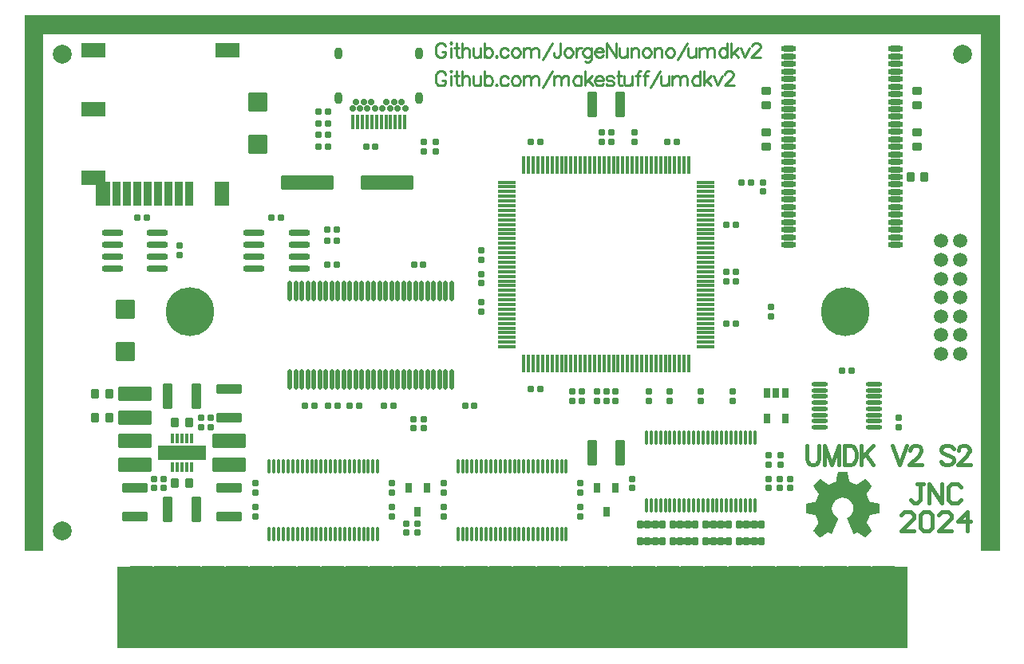
<source format=gbr>
%TF.GenerationSoftware,Altium Limited,Altium Designer,23.10.1 (27)*%
G04 Layer_Color=8388736*
%FSLAX45Y45*%
%MOMM*%
%TF.SameCoordinates,E65562DB-48BA-4528-A783-DBC4A45482EB*%
%TF.FilePolarity,Negative*%
%TF.FileFunction,Soldermask,Top*%
%TF.Part,Single*%
G01*
G75*
%TA.AperFunction,NonConductor*%
%ADD64C,0.25400*%
%ADD65C,0.40000*%
%ADD66R,83.82000X8.69900*%
%ADD67R,2.40000X0.80000*%
%ADD68R,103.50000X2.00000*%
%TA.AperFunction,SMDPad,CuDef*%
G04:AMPARAMS|DCode=69|XSize=5.6mm|YSize=1.6mm|CornerRadius=0.2375mm|HoleSize=0mm|Usage=FLASHONLY|Rotation=0.000|XOffset=0mm|YOffset=0mm|HoleType=Round|Shape=RoundedRectangle|*
%AMROUNDEDRECTD69*
21,1,5.60000,1.12500,0,0,0.0*
21,1,5.12500,1.60000,0,0,0.0*
1,1,0.47500,2.56250,-0.56250*
1,1,0.47500,-2.56250,-0.56250*
1,1,0.47500,-2.56250,0.56250*
1,1,0.47500,2.56250,0.56250*
%
%ADD69ROUNDEDRECTD69*%
%ADD70O,0.35000X1.60000*%
%ADD71O,2.30000X0.70000*%
%ADD72O,1.90000X0.40000*%
%ADD73O,0.40000X1.90000*%
%ADD74R,5.10000X1.60000*%
G04:AMPARAMS|DCode=75|XSize=0.38mm|YSize=1.1mm|CornerRadius=0.12mm|HoleSize=0mm|Usage=FLASHONLY|Rotation=0.000|XOffset=0mm|YOffset=0mm|HoleType=Round|Shape=RoundedRectangle|*
%AMROUNDEDRECTD75*
21,1,0.38000,0.86000,0,0,0.0*
21,1,0.14000,1.10000,0,0,0.0*
1,1,0.24000,0.07000,-0.43000*
1,1,0.24000,-0.07000,-0.43000*
1,1,0.24000,-0.07000,0.43000*
1,1,0.24000,0.07000,0.43000*
%
%ADD75ROUNDEDRECTD75*%
G04:AMPARAMS|DCode=76|XSize=1.1mm|YSize=0.7mm|CornerRadius=0.125mm|HoleSize=0mm|Usage=FLASHONLY|Rotation=270.000|XOffset=0mm|YOffset=0mm|HoleType=Round|Shape=RoundedRectangle|*
%AMROUNDEDRECTD76*
21,1,1.10000,0.45000,0,0,270.0*
21,1,0.85000,0.70000,0,0,270.0*
1,1,0.25000,-0.22500,-0.42500*
1,1,0.25000,-0.22500,0.42500*
1,1,0.25000,0.22500,0.42500*
1,1,0.25000,0.22500,-0.42500*
%
%ADD76ROUNDEDRECTD76*%
%ADD77R,2.41300X8.12800*%
%ADD78O,1.80000X0.45000*%
G04:AMPARAMS|DCode=79|XSize=0.6mm|YSize=0.7mm|CornerRadius=0.1125mm|HoleSize=0mm|Usage=FLASHONLY|Rotation=0.000|XOffset=0mm|YOffset=0mm|HoleType=Round|Shape=RoundedRectangle|*
%AMROUNDEDRECTD79*
21,1,0.60000,0.47500,0,0,0.0*
21,1,0.37500,0.70000,0,0,0.0*
1,1,0.22500,0.18750,-0.23750*
1,1,0.22500,-0.18750,-0.23750*
1,1,0.22500,-0.18750,0.23750*
1,1,0.22500,0.18750,0.23750*
%
%ADD79ROUNDEDRECTD79*%
G04:AMPARAMS|DCode=80|XSize=0.6mm|YSize=0.7mm|CornerRadius=0.1125mm|HoleSize=0mm|Usage=FLASHONLY|Rotation=270.000|XOffset=0mm|YOffset=0mm|HoleType=Round|Shape=RoundedRectangle|*
%AMROUNDEDRECTD80*
21,1,0.60000,0.47500,0,0,270.0*
21,1,0.37500,0.70000,0,0,270.0*
1,1,0.22500,-0.23750,-0.18750*
1,1,0.22500,-0.23750,0.18750*
1,1,0.22500,0.23750,0.18750*
1,1,0.22500,0.23750,-0.18750*
%
%ADD80ROUNDEDRECTD80*%
%ADD81O,0.50000X2.15000*%
G04:AMPARAMS|DCode=82|XSize=1.1mm|YSize=2.7mm|CornerRadius=0.175mm|HoleSize=0mm|Usage=FLASHONLY|Rotation=270.000|XOffset=0mm|YOffset=0mm|HoleType=Round|Shape=RoundedRectangle|*
%AMROUNDEDRECTD82*
21,1,1.10000,2.35000,0,0,270.0*
21,1,0.75000,2.70000,0,0,270.0*
1,1,0.35000,-1.17500,-0.37500*
1,1,0.35000,-1.17500,0.37500*
1,1,0.35000,1.17500,0.37500*
1,1,0.35000,1.17500,-0.37500*
%
%ADD82ROUNDEDRECTD82*%
G04:AMPARAMS|DCode=83|XSize=1.1mm|YSize=2.7mm|CornerRadius=0.175mm|HoleSize=0mm|Usage=FLASHONLY|Rotation=0.000|XOffset=0mm|YOffset=0mm|HoleType=Round|Shape=RoundedRectangle|*
%AMROUNDEDRECTD83*
21,1,1.10000,2.35000,0,0,0.0*
21,1,0.75000,2.70000,0,0,0.0*
1,1,0.35000,0.37500,-1.17500*
1,1,0.35000,-0.37500,-1.17500*
1,1,0.35000,-0.37500,1.17500*
1,1,0.35000,0.37500,1.17500*
%
%ADD83ROUNDEDRECTD83*%
G04:AMPARAMS|DCode=84|XSize=0.85mm|YSize=1.1mm|CornerRadius=0.14375mm|HoleSize=0mm|Usage=FLASHONLY|Rotation=0.000|XOffset=0mm|YOffset=0mm|HoleType=Round|Shape=RoundedRectangle|*
%AMROUNDEDRECTD84*
21,1,0.85000,0.81250,0,0,0.0*
21,1,0.56250,1.10000,0,0,0.0*
1,1,0.28750,0.28125,-0.40625*
1,1,0.28750,-0.28125,-0.40625*
1,1,0.28750,-0.28125,0.40625*
1,1,0.28750,0.28125,0.40625*
%
%ADD84ROUNDEDRECTD84*%
G04:AMPARAMS|DCode=85|XSize=0.85mm|YSize=1.1mm|CornerRadius=0.14375mm|HoleSize=0mm|Usage=FLASHONLY|Rotation=270.000|XOffset=0mm|YOffset=0mm|HoleType=Round|Shape=RoundedRectangle|*
%AMROUNDEDRECTD85*
21,1,0.85000,0.81250,0,0,270.0*
21,1,0.56250,1.10000,0,0,270.0*
1,1,0.28750,-0.40625,-0.28125*
1,1,0.28750,-0.40625,0.28125*
1,1,0.28750,0.40625,0.28125*
1,1,0.28750,0.40625,-0.28125*
%
%ADD85ROUNDEDRECTD85*%
G04:AMPARAMS|DCode=86|XSize=0.9mm|YSize=0.6mm|CornerRadius=0.1125mm|HoleSize=0mm|Usage=FLASHONLY|Rotation=270.000|XOffset=0mm|YOffset=0mm|HoleType=Round|Shape=RoundedRectangle|*
%AMROUNDEDRECTD86*
21,1,0.90000,0.37500,0,0,270.0*
21,1,0.67500,0.60000,0,0,270.0*
1,1,0.22500,-0.18750,-0.33750*
1,1,0.22500,-0.18750,0.33750*
1,1,0.22500,0.18750,0.33750*
1,1,0.22500,0.18750,-0.33750*
%
%ADD86ROUNDEDRECTD86*%
%TA.AperFunction,ConnectorPad*%
%ADD87O,0.40000X1.60000*%
%TA.AperFunction,SMDPad,CuDef*%
G04:AMPARAMS|DCode=88|XSize=3.5mm|YSize=1.6mm|CornerRadius=0.125mm|HoleSize=0mm|Usage=FLASHONLY|Rotation=0.000|XOffset=0mm|YOffset=0mm|HoleType=Round|Shape=RoundedRectangle|*
%AMROUNDEDRECTD88*
21,1,3.50000,1.35000,0,0,0.0*
21,1,3.25000,1.60000,0,0,0.0*
1,1,0.25000,1.62500,-0.67500*
1,1,0.25000,-1.62500,-0.67500*
1,1,0.25000,-1.62500,0.67500*
1,1,0.25000,1.62500,0.67500*
%
%ADD88ROUNDEDRECTD88*%
G04:AMPARAMS|DCode=89|XSize=2.1mm|YSize=2.1mm|CornerRadius=0.3mm|HoleSize=0mm|Usage=FLASHONLY|Rotation=270.000|XOffset=0mm|YOffset=0mm|HoleType=Round|Shape=RoundedRectangle|*
%AMROUNDEDRECTD89*
21,1,2.10000,1.50000,0,0,270.0*
21,1,1.50000,2.10000,0,0,270.0*
1,1,0.60000,-0.75000,-0.75000*
1,1,0.60000,-0.75000,0.75000*
1,1,0.60000,0.75000,0.75000*
1,1,0.60000,0.75000,-0.75000*
%
%ADD89ROUNDEDRECTD89*%
%ADD90R,1.60000X2.60000*%
%ADD91R,2.60000X1.60000*%
%ADD92R,2.60000X1.60000*%
%ADD93R,0.90000X2.60000*%
%ADD94R,1.60000X2.60000*%
%ADD95R,0.70000X1.10000*%
%ADD96O,1.60000X0.65000*%
%ADD97C,2.00000*%
%TA.AperFunction,WasherPad*%
%ADD98C,5.18000*%
%TA.AperFunction,ComponentPad*%
%ADD99C,0.71000*%
%ADD100O,0.86000X1.26000*%
%ADD101C,1.50000*%
G36*
X-5973200Y-3040000D02*
X-6173199D01*
X-6173200Y2646000D01*
X-5973200D01*
Y-2829000D01*
Y-3040000D01*
D02*
G37*
G36*
X2558798Y-2203344D02*
Y-2205431D01*
Y-2207517D01*
X2560885D01*
Y-2209604D01*
Y-2211690D01*
Y-2213777D01*
Y-2215863D01*
Y-2217950D01*
Y-2220036D01*
X2562971D01*
Y-2222123D01*
Y-2224209D01*
Y-2226296D01*
Y-2228382D01*
Y-2230468D01*
Y-2232555D01*
Y-2234641D01*
X2565058D01*
Y-2236728D01*
Y-2238814D01*
Y-2240901D01*
Y-2242987D01*
Y-2245074D01*
Y-2247160D01*
X2567144D01*
Y-2249247D01*
Y-2251333D01*
Y-2253420D01*
Y-2255506D01*
Y-2257593D01*
Y-2259679D01*
X2569231D01*
Y-2261765D01*
Y-2263852D01*
Y-2265938D01*
Y-2268025D01*
Y-2270111D01*
X2571317D01*
Y-2272198D01*
Y-2274284D01*
Y-2276371D01*
Y-2278457D01*
Y-2280544D01*
X2573403D01*
Y-2282630D01*
Y-2284717D01*
X2575490D01*
Y-2286803D01*
Y-2288890D01*
Y-2290976D01*
Y-2293062D01*
Y-2295149D01*
X2577576D01*
Y-2297235D01*
Y-2299322D01*
Y-2301408D01*
Y-2303495D01*
Y-2305581D01*
X2579663D01*
Y-2307668D01*
X2581749D01*
Y-2309754D01*
X2583836D01*
Y-2311841D01*
X2590095D01*
Y-2313927D01*
X2596355D01*
Y-2316014D01*
X2602614D01*
Y-2318100D01*
X2608873D01*
Y-2320187D01*
X2613046D01*
Y-2322273D01*
X2615133D01*
Y-2324360D01*
X2619306D01*
Y-2326446D01*
X2623479D01*
Y-2328533D01*
X2629738D01*
Y-2330619D01*
X2635998D01*
Y-2332706D01*
X2642257D01*
Y-2334792D01*
X2648516D01*
Y-2336878D01*
X2661035D01*
Y-2334792D01*
X2665208D01*
Y-2332706D01*
X2667295D01*
Y-2330619D01*
X2671468D01*
Y-2328533D01*
X2675641D01*
Y-2326446D01*
X2677727D01*
Y-2324360D01*
X2679814D01*
Y-2322273D01*
X2683987D01*
Y-2320187D01*
X2686073D01*
Y-2318100D01*
X2688159D01*
Y-2316014D01*
X2692332D01*
Y-2313927D01*
X2696505D01*
Y-2311841D01*
X2698592D01*
Y-2309754D01*
X2700678D01*
Y-2307668D01*
X2702765D01*
Y-2305581D01*
X2706938D01*
Y-2303495D01*
X2711111D01*
Y-2301408D01*
X2713197D01*
Y-2299322D01*
X2717370D01*
Y-2297235D01*
X2719457D01*
Y-2295149D01*
X2723630D01*
Y-2293062D01*
X2725716D01*
Y-2290976D01*
X2727803D01*
Y-2288890D01*
X2729889D01*
Y-2286803D01*
X2734062D01*
Y-2284717D01*
X2738235D01*
Y-2282630D01*
X2740321D01*
Y-2280544D01*
X2748667D01*
Y-2282630D01*
X2750754D01*
Y-2284717D01*
X2752840D01*
Y-2286803D01*
X2754927D01*
Y-2288890D01*
X2757013D01*
Y-2290976D01*
X2759100D01*
Y-2293062D01*
X2761186D01*
Y-2295149D01*
X2763273D01*
Y-2297235D01*
X2765359D01*
Y-2299322D01*
X2767446D01*
Y-2301408D01*
X2769532D01*
Y-2303495D01*
X2771619D01*
Y-2305581D01*
X2773705D01*
Y-2307668D01*
X2775792D01*
Y-2309754D01*
X2777878D01*
Y-2311841D01*
X2779964D01*
Y-2313927D01*
X2782051D01*
Y-2316014D01*
X2784137D01*
Y-2318100D01*
X2786224D01*
Y-2320187D01*
X2788310D01*
Y-2322273D01*
X2790397D01*
Y-2324360D01*
X2792483D01*
Y-2326446D01*
X2794570D01*
Y-2328533D01*
X2796656D01*
Y-2330619D01*
X2798743D01*
Y-2332706D01*
X2800829D01*
Y-2334792D01*
X2802916D01*
Y-2336878D01*
X2805002D01*
Y-2338965D01*
X2807088D01*
Y-2341051D01*
X2809175D01*
Y-2343138D01*
X2811261D01*
Y-2345224D01*
X2813348D01*
Y-2347311D01*
X2815434D01*
Y-2349397D01*
X2817521D01*
Y-2351484D01*
Y-2353570D01*
X2815434D01*
Y-2355657D01*
X2813348D01*
Y-2357743D01*
X2811261D01*
Y-2359830D01*
Y-2361916D01*
X2809175D01*
Y-2364003D01*
Y-2366089D01*
X2807088D01*
Y-2368176D01*
Y-2370262D01*
X2805002D01*
Y-2372349D01*
X2802916D01*
Y-2374435D01*
Y-2376522D01*
X2800829D01*
Y-2378608D01*
X2798743D01*
Y-2380695D01*
X2796656D01*
Y-2382781D01*
Y-2384867D01*
X2794570D01*
Y-2386954D01*
X2792483D01*
Y-2389040D01*
Y-2391127D01*
X2790397D01*
Y-2393213D01*
X2788310D01*
Y-2395300D01*
Y-2397386D01*
X2786224D01*
Y-2399473D01*
X2784137D01*
Y-2401559D01*
Y-2403646D01*
X2782051D01*
Y-2405732D01*
X2779964D01*
Y-2407819D01*
X2777878D01*
Y-2409905D01*
X2775792D01*
Y-2411992D01*
Y-2414078D01*
X2773705D01*
Y-2416165D01*
Y-2418251D01*
X2771619D01*
Y-2420338D01*
X2769532D01*
Y-2422424D01*
Y-2424511D01*
X2767446D01*
Y-2426597D01*
X2765359D01*
Y-2428683D01*
Y-2430770D01*
X2763273D01*
Y-2432856D01*
X2761186D01*
Y-2434943D01*
X2759100D01*
Y-2437029D01*
Y-2439116D01*
Y-2441202D01*
Y-2443289D01*
Y-2445375D01*
X2761186D01*
Y-2447462D01*
Y-2449548D01*
X2763273D01*
Y-2451635D01*
X2765359D01*
Y-2453721D01*
Y-2455808D01*
Y-2457894D01*
X2767446D01*
Y-2459981D01*
Y-2462067D01*
Y-2464154D01*
X2769532D01*
Y-2466240D01*
Y-2468326D01*
X2771619D01*
Y-2470413D01*
Y-2472499D01*
Y-2474586D01*
X2773705D01*
Y-2476672D01*
Y-2478759D01*
X2775792D01*
Y-2480845D01*
Y-2482932D01*
Y-2485018D01*
X2777878D01*
Y-2487105D01*
Y-2489191D01*
X2779964D01*
Y-2491278D01*
X2782051D01*
Y-2493364D01*
Y-2495451D01*
X2784137D01*
Y-2497537D01*
Y-2499623D01*
X2786224D01*
Y-2501710D01*
Y-2503796D01*
Y-2505883D01*
X2788310D01*
Y-2507969D01*
Y-2510056D01*
Y-2512142D01*
X2790397D01*
Y-2514229D01*
Y-2516315D01*
X2792483D01*
Y-2518402D01*
X2794570D01*
Y-2520488D01*
X2805002D01*
Y-2522575D01*
X2817521D01*
Y-2524661D01*
X2827953D01*
Y-2526748D01*
X2836299D01*
Y-2528834D01*
X2848818D01*
Y-2530921D01*
X2861337D01*
Y-2533007D01*
X2865510D01*
Y-2535093D01*
X2878029D01*
Y-2537180D01*
X2892634D01*
Y-2539266D01*
X2894720D01*
Y-2541353D01*
Y-2543439D01*
Y-2545526D01*
Y-2547612D01*
Y-2549699D01*
Y-2551785D01*
Y-2553872D01*
Y-2555958D01*
Y-2558045D01*
Y-2560131D01*
Y-2562218D01*
Y-2564304D01*
Y-2566391D01*
Y-2568477D01*
Y-2570564D01*
Y-2572650D01*
Y-2574737D01*
Y-2576823D01*
Y-2578909D01*
Y-2580996D01*
Y-2583082D01*
Y-2585169D01*
Y-2587255D01*
Y-2589342D01*
Y-2591428D01*
Y-2593515D01*
Y-2595601D01*
Y-2597688D01*
Y-2599774D01*
Y-2601861D01*
Y-2603947D01*
Y-2606034D01*
Y-2608120D01*
Y-2610207D01*
Y-2612293D01*
Y-2614380D01*
Y-2616466D01*
Y-2618553D01*
Y-2620639D01*
Y-2622726D01*
Y-2624812D01*
Y-2626898D01*
Y-2628985D01*
Y-2631071D01*
Y-2633158D01*
Y-2635244D01*
Y-2637331D01*
Y-2639417D01*
Y-2641504D01*
X2888461D01*
Y-2643590D01*
X2878029D01*
Y-2645677D01*
X2867596D01*
Y-2647763D01*
X2855077D01*
Y-2649850D01*
X2840472D01*
Y-2651936D01*
X2838385D01*
Y-2654023D01*
X2836299D01*
Y-2651936D01*
X2834213D01*
Y-2654023D01*
X2825867D01*
Y-2656109D01*
X2813348D01*
Y-2658196D01*
X2800829D01*
Y-2660282D01*
X2794570D01*
Y-2662369D01*
X2792483D01*
Y-2664455D01*
Y-2666542D01*
Y-2668628D01*
X2790397D01*
Y-2670714D01*
Y-2672801D01*
X2788310D01*
Y-2674887D01*
Y-2676974D01*
Y-2679060D01*
X2786224D01*
Y-2681147D01*
Y-2683233D01*
Y-2685320D01*
X2784137D01*
Y-2687406D01*
Y-2689493D01*
Y-2691579D01*
X2782051D01*
Y-2693666D01*
Y-2695752D01*
Y-2697839D01*
X2777878D01*
Y-2699925D01*
Y-2702012D01*
Y-2704098D01*
X2775792D01*
Y-2706184D01*
Y-2708271D01*
Y-2710357D01*
X2773705D01*
Y-2712444D01*
Y-2714530D01*
X2771619D01*
Y-2716617D01*
Y-2718703D01*
Y-2720790D01*
X2769532D01*
Y-2722876D01*
Y-2724963D01*
X2767446D01*
Y-2727049D01*
Y-2729136D01*
Y-2731222D01*
X2765359D01*
Y-2733309D01*
Y-2735395D01*
Y-2737481D01*
X2763273D01*
Y-2739568D01*
Y-2741654D01*
X2761186D01*
Y-2743741D01*
Y-2745827D01*
X2763273D01*
Y-2747914D01*
Y-2750000D01*
X2765359D01*
Y-2752087D01*
X2767446D01*
Y-2754173D01*
Y-2756260D01*
X2769532D01*
Y-2758346D01*
X2771619D01*
Y-2760433D01*
Y-2762519D01*
X2773705D01*
Y-2764606D01*
X2775792D01*
Y-2766692D01*
Y-2768779D01*
X2777878D01*
Y-2770865D01*
X2779964D01*
Y-2772952D01*
X2782051D01*
Y-2775038D01*
X2784137D01*
Y-2777124D01*
Y-2779211D01*
X2786224D01*
Y-2781297D01*
Y-2783384D01*
X2788310D01*
Y-2785470D01*
X2790397D01*
Y-2787557D01*
Y-2789643D01*
X2792483D01*
Y-2791730D01*
Y-2793816D01*
X2794570D01*
Y-2795903D01*
X2796656D01*
Y-2797989D01*
Y-2800076D01*
X2800829D01*
Y-2802162D01*
Y-2804249D01*
X2802916D01*
Y-2806335D01*
X2805002D01*
Y-2808422D01*
Y-2810508D01*
X2807088D01*
Y-2812595D01*
Y-2814681D01*
X2809175D01*
Y-2816768D01*
X2811261D01*
Y-2818854D01*
X2813348D01*
Y-2820941D01*
Y-2823027D01*
X2815434D01*
Y-2825113D01*
X2817521D01*
Y-2827200D01*
Y-2829286D01*
Y-2831373D01*
X2815434D01*
Y-2833459D01*
X2813348D01*
Y-2835546D01*
X2811261D01*
Y-2837632D01*
X2809175D01*
Y-2839719D01*
X2807088D01*
Y-2841805D01*
X2805002D01*
Y-2843892D01*
X2802916D01*
Y-2845978D01*
X2800829D01*
Y-2848065D01*
X2798743D01*
Y-2850151D01*
X2796656D01*
Y-2852238D01*
X2794570D01*
Y-2854324D01*
X2792483D01*
Y-2856411D01*
X2790397D01*
Y-2858497D01*
X2788310D01*
Y-2860584D01*
X2786224D01*
Y-2862670D01*
X2784137D01*
Y-2864757D01*
X2782051D01*
Y-2866843D01*
X2779964D01*
Y-2868929D01*
X2777878D01*
Y-2871016D01*
X2775792D01*
Y-2873102D01*
X2773705D01*
Y-2875189D01*
X2771619D01*
Y-2877275D01*
X2769532D01*
Y-2879362D01*
X2767446D01*
Y-2881448D01*
X2765359D01*
Y-2883535D01*
X2763273D01*
Y-2885621D01*
X2761186D01*
Y-2887708D01*
X2759100D01*
Y-2889794D01*
X2757013D01*
Y-2891881D01*
X2754927D01*
Y-2893967D01*
X2752840D01*
Y-2896054D01*
X2750754D01*
Y-2898140D01*
X2748667D01*
Y-2900227D01*
X2742408D01*
Y-2898140D01*
X2738235D01*
Y-2896054D01*
X2736148D01*
Y-2893967D01*
X2734062D01*
Y-2891881D01*
X2731975D01*
Y-2889794D01*
X2727803D01*
Y-2887708D01*
X2723630D01*
Y-2885621D01*
X2721543D01*
Y-2883535D01*
X2717370D01*
Y-2881448D01*
X2713197D01*
Y-2879362D01*
X2711111D01*
Y-2877275D01*
X2709024D01*
Y-2875189D01*
X2706938D01*
Y-2873102D01*
X2702765D01*
Y-2871016D01*
X2700678D01*
Y-2868929D01*
X2696505D01*
Y-2866843D01*
X2694419D01*
Y-2864757D01*
X2690246D01*
Y-2862670D01*
X2688159D01*
Y-2860584D01*
X2683987D01*
Y-2858497D01*
X2681900D01*
Y-2856411D01*
X2677727D01*
Y-2854324D01*
X2675641D01*
Y-2852238D01*
X2671468D01*
Y-2850151D01*
X2669381D01*
Y-2848065D01*
X2656862D01*
Y-2850151D01*
X2652689D01*
Y-2852238D01*
X2648516D01*
Y-2854324D01*
X2642257D01*
Y-2856411D01*
X2638084D01*
Y-2858497D01*
X2635998D01*
Y-2860584D01*
X2631825D01*
Y-2862670D01*
X2627652D01*
Y-2864757D01*
X2621392D01*
Y-2862670D01*
Y-2860584D01*
X2619306D01*
Y-2858497D01*
Y-2856411D01*
X2617219D01*
Y-2854324D01*
Y-2852238D01*
Y-2850151D01*
X2615133D01*
Y-2848065D01*
Y-2845978D01*
Y-2843892D01*
X2613046D01*
Y-2841805D01*
Y-2839719D01*
Y-2837632D01*
X2610960D01*
Y-2835546D01*
Y-2833459D01*
X2608873D01*
Y-2831373D01*
Y-2829286D01*
X2606787D01*
Y-2827200D01*
Y-2825113D01*
Y-2823027D01*
X2604700D01*
Y-2820941D01*
X2602614D01*
Y-2818854D01*
Y-2816768D01*
X2600527D01*
Y-2814681D01*
Y-2812595D01*
Y-2810508D01*
X2598441D01*
Y-2808422D01*
Y-2806335D01*
Y-2804249D01*
X2596355D01*
Y-2802162D01*
Y-2800076D01*
Y-2797989D01*
X2594268D01*
Y-2795903D01*
Y-2793816D01*
Y-2791730D01*
X2592182D01*
Y-2789643D01*
Y-2787557D01*
Y-2785470D01*
X2590095D01*
Y-2783384D01*
X2588009D01*
Y-2781297D01*
Y-2779211D01*
X2585922D01*
Y-2777124D01*
Y-2775038D01*
Y-2772952D01*
X2583836D01*
Y-2770865D01*
Y-2768779D01*
X2581749D01*
Y-2766692D01*
Y-2764606D01*
X2579663D01*
Y-2762519D01*
Y-2760433D01*
Y-2758346D01*
X2577576D01*
Y-2756260D01*
Y-2754173D01*
X2575490D01*
Y-2752087D01*
Y-2750000D01*
Y-2747914D01*
X2573403D01*
Y-2745827D01*
X2571317D01*
Y-2743741D01*
Y-2741654D01*
X2569231D01*
Y-2739568D01*
Y-2737481D01*
Y-2735395D01*
X2567144D01*
Y-2733309D01*
Y-2731222D01*
Y-2729136D01*
X2565058D01*
Y-2727049D01*
Y-2724963D01*
Y-2722876D01*
X2562971D01*
Y-2720790D01*
Y-2718703D01*
Y-2716617D01*
X2560885D01*
Y-2714530D01*
Y-2712444D01*
X2558798D01*
Y-2710357D01*
Y-2708271D01*
X2556712D01*
Y-2706184D01*
Y-2704098D01*
Y-2702012D01*
X2554625D01*
Y-2699925D01*
X2552539D01*
Y-2697839D01*
Y-2695752D01*
X2554625D01*
Y-2693666D01*
X2558798D01*
Y-2691579D01*
X2562971D01*
Y-2689493D01*
Y-2687406D01*
X2567144D01*
Y-2685320D01*
X2569231D01*
Y-2683233D01*
X2571317D01*
Y-2681147D01*
X2575490D01*
Y-2679060D01*
X2577576D01*
Y-2676974D01*
X2579663D01*
Y-2674887D01*
X2583836D01*
Y-2672801D01*
Y-2670714D01*
X2585922D01*
Y-2668628D01*
X2588009D01*
Y-2666542D01*
X2590095D01*
Y-2664455D01*
X2592182D01*
Y-2662369D01*
X2594268D01*
Y-2660282D01*
X2596355D01*
Y-2658196D01*
X2598441D01*
Y-2656109D01*
Y-2654023D01*
X2600527D01*
Y-2651936D01*
Y-2649850D01*
X2602614D01*
Y-2647763D01*
X2604700D01*
Y-2645677D01*
Y-2643590D01*
X2606787D01*
Y-2641504D01*
X2608873D01*
Y-2639417D01*
Y-2637331D01*
X2610960D01*
Y-2635244D01*
Y-2633158D01*
X2613046D01*
Y-2631071D01*
Y-2628985D01*
Y-2626898D01*
X2615133D01*
Y-2624812D01*
Y-2622726D01*
Y-2620639D01*
Y-2618553D01*
X2617219D01*
Y-2616466D01*
Y-2614380D01*
Y-2612293D01*
Y-2610207D01*
Y-2608120D01*
Y-2606034D01*
X2619306D01*
Y-2603947D01*
Y-2601861D01*
Y-2599774D01*
Y-2597688D01*
Y-2595601D01*
Y-2593515D01*
Y-2591428D01*
Y-2589342D01*
Y-2587255D01*
Y-2585169D01*
Y-2583082D01*
Y-2580996D01*
Y-2578909D01*
Y-2576823D01*
Y-2574737D01*
X2617219D01*
Y-2572650D01*
Y-2570564D01*
Y-2568477D01*
Y-2566391D01*
Y-2564304D01*
Y-2562218D01*
X2615133D01*
Y-2560131D01*
Y-2558045D01*
Y-2555958D01*
Y-2553872D01*
X2613046D01*
Y-2551785D01*
Y-2549699D01*
Y-2547612D01*
X2610960D01*
Y-2545526D01*
Y-2543439D01*
X2608873D01*
Y-2541353D01*
Y-2539266D01*
X2606787D01*
Y-2537180D01*
X2604700D01*
Y-2535093D01*
Y-2533007D01*
X2602614D01*
Y-2530921D01*
X2600527D01*
Y-2528834D01*
Y-2526748D01*
X2598441D01*
Y-2524661D01*
Y-2522575D01*
X2596355D01*
Y-2520488D01*
X2594268D01*
Y-2518402D01*
Y-2516315D01*
X2592182D01*
Y-2514229D01*
X2590095D01*
Y-2512142D01*
X2588009D01*
Y-2510056D01*
X2585922D01*
Y-2507969D01*
X2581749D01*
Y-2505883D01*
X2579663D01*
Y-2503796D01*
X2577576D01*
Y-2501710D01*
X2573403D01*
Y-2499623D01*
X2571317D01*
Y-2497537D01*
Y-2495451D01*
X2569231D01*
Y-2497537D01*
X2567144D01*
Y-2495451D01*
X2565058D01*
Y-2493364D01*
X2562971D01*
Y-2491278D01*
X2558798D01*
Y-2489191D01*
X2554625D01*
Y-2487105D01*
X2550452D01*
Y-2485018D01*
X2544193D01*
Y-2482932D01*
X2535847D01*
Y-2480845D01*
X2531674D01*
Y-2478759D01*
X2521242D01*
Y-2476672D01*
X2492031D01*
Y-2478759D01*
X2481599D01*
Y-2480845D01*
X2477426D01*
Y-2482932D01*
X2469080D01*
Y-2485018D01*
X2462820D01*
Y-2487105D01*
X2458647D01*
Y-2489191D01*
X2454474D01*
Y-2491278D01*
X2450301D01*
Y-2493364D01*
X2448215D01*
Y-2495451D01*
X2444042D01*
Y-2497537D01*
X2441955D01*
Y-2499623D01*
X2439869D01*
Y-2501710D01*
X2435696D01*
Y-2503796D01*
X2433610D01*
Y-2505883D01*
X2431523D01*
Y-2507969D01*
X2429437D01*
Y-2510056D01*
X2427350D01*
Y-2512142D01*
X2425264D01*
Y-2514229D01*
X2423177D01*
Y-2516315D01*
X2421091D01*
Y-2518402D01*
Y-2520488D01*
X2416918D01*
Y-2522575D01*
X2414831D01*
Y-2524661D01*
Y-2526748D01*
X2412745D01*
Y-2528834D01*
X2410658D01*
Y-2530921D01*
Y-2533007D01*
X2408572D01*
Y-2535093D01*
Y-2537180D01*
X2406485D01*
Y-2539266D01*
Y-2541353D01*
X2404399D01*
Y-2543439D01*
Y-2545526D01*
Y-2547612D01*
X2402312D01*
Y-2549699D01*
Y-2551785D01*
Y-2553872D01*
X2400226D01*
Y-2555958D01*
X2398139D01*
Y-2558045D01*
Y-2560131D01*
Y-2562218D01*
X2396053D01*
Y-2564304D01*
Y-2566391D01*
Y-2568477D01*
Y-2570564D01*
Y-2572650D01*
X2393967D01*
Y-2574737D01*
Y-2576823D01*
Y-2578909D01*
Y-2580996D01*
Y-2583082D01*
Y-2585169D01*
Y-2587255D01*
Y-2589342D01*
Y-2591428D01*
Y-2593515D01*
Y-2595601D01*
Y-2597688D01*
Y-2599774D01*
Y-2601861D01*
Y-2603947D01*
Y-2606034D01*
Y-2608120D01*
X2396053D01*
Y-2610207D01*
Y-2612293D01*
Y-2614380D01*
Y-2616466D01*
Y-2618553D01*
X2398139D01*
Y-2620639D01*
Y-2622726D01*
X2400226D01*
Y-2624812D01*
Y-2626898D01*
Y-2628985D01*
X2402312D01*
Y-2631071D01*
Y-2633158D01*
X2404399D01*
Y-2635244D01*
Y-2637331D01*
Y-2639417D01*
X2406485D01*
Y-2641504D01*
Y-2643590D01*
X2408572D01*
Y-2645677D01*
Y-2647763D01*
X2410658D01*
Y-2649850D01*
Y-2651936D01*
X2412745D01*
Y-2654023D01*
Y-2656109D01*
X2414831D01*
Y-2658196D01*
X2416918D01*
Y-2660282D01*
X2419004D01*
Y-2662369D01*
X2421091D01*
Y-2664455D01*
X2423177D01*
Y-2666542D01*
X2425264D01*
Y-2668628D01*
X2427350D01*
Y-2670714D01*
X2429437D01*
Y-2672801D01*
X2431523D01*
Y-2674887D01*
X2433610D01*
Y-2676974D01*
X2435696D01*
Y-2679060D01*
X2437783D01*
Y-2681147D01*
X2441955D01*
Y-2683233D01*
X2444042D01*
Y-2685320D01*
X2446128D01*
Y-2687406D01*
X2448215D01*
Y-2689493D01*
X2452388D01*
Y-2691579D01*
X2454474D01*
Y-2693666D01*
X2460734D01*
Y-2695752D01*
Y-2697839D01*
Y-2699925D01*
X2458647D01*
Y-2702012D01*
Y-2704098D01*
Y-2706184D01*
X2456561D01*
Y-2708271D01*
Y-2710357D01*
X2454474D01*
Y-2712444D01*
Y-2714530D01*
Y-2716617D01*
X2452388D01*
Y-2718703D01*
Y-2720790D01*
X2450301D01*
Y-2722876D01*
X2448215D01*
Y-2724963D01*
Y-2727049D01*
Y-2729136D01*
X2446128D01*
Y-2731222D01*
Y-2733309D01*
Y-2735395D01*
X2444042D01*
Y-2737481D01*
Y-2739568D01*
X2441955D01*
Y-2741654D01*
Y-2743741D01*
X2439869D01*
Y-2745827D01*
Y-2747914D01*
Y-2750000D01*
X2437783D01*
Y-2752087D01*
Y-2754173D01*
Y-2756260D01*
X2435696D01*
Y-2758346D01*
Y-2760433D01*
X2433610D01*
Y-2762519D01*
X2431523D01*
Y-2764606D01*
Y-2766692D01*
Y-2768779D01*
X2429437D01*
Y-2770865D01*
Y-2772952D01*
Y-2775038D01*
X2427350D01*
Y-2777124D01*
Y-2779211D01*
Y-2781297D01*
X2425264D01*
Y-2783384D01*
Y-2785470D01*
Y-2787557D01*
X2423177D01*
Y-2789643D01*
Y-2791730D01*
X2421091D01*
Y-2793816D01*
Y-2795903D01*
X2419004D01*
Y-2797989D01*
Y-2800076D01*
X2416918D01*
Y-2802162D01*
Y-2804249D01*
X2414831D01*
Y-2806335D01*
Y-2808422D01*
X2412745D01*
Y-2810508D01*
Y-2812595D01*
X2410658D01*
Y-2814681D01*
Y-2816768D01*
Y-2818854D01*
X2408572D01*
Y-2820941D01*
Y-2823027D01*
Y-2825113D01*
X2406485D01*
Y-2827200D01*
Y-2829286D01*
Y-2831373D01*
X2404399D01*
Y-2833459D01*
Y-2835546D01*
Y-2837632D01*
X2402312D01*
Y-2839719D01*
Y-2841805D01*
X2400226D01*
Y-2843892D01*
X2398139D01*
Y-2845978D01*
Y-2848065D01*
X2396053D01*
Y-2850151D01*
Y-2852238D01*
Y-2854324D01*
X2393967D01*
Y-2856411D01*
Y-2858497D01*
Y-2860584D01*
X2391880D01*
Y-2862670D01*
Y-2864757D01*
X2385621D01*
Y-2862670D01*
X2381448D01*
Y-2860584D01*
X2379361D01*
Y-2858497D01*
X2375188D01*
Y-2856411D01*
X2371015D01*
Y-2854324D01*
X2366842D01*
Y-2852238D01*
X2362669D01*
Y-2850151D01*
X2356410D01*
Y-2848065D01*
X2345978D01*
Y-2850151D01*
X2341805D01*
Y-2852238D01*
X2337632D01*
Y-2854324D01*
X2335545D01*
Y-2856411D01*
X2331373D01*
Y-2858497D01*
X2327200D01*
Y-2860584D01*
X2325113D01*
Y-2862670D01*
X2323027D01*
Y-2864757D01*
X2318854D01*
Y-2866843D01*
X2316767D01*
Y-2868929D01*
X2312594D01*
Y-2871016D01*
X2310508D01*
Y-2873102D01*
X2306335D01*
Y-2875189D01*
X2304248D01*
Y-2877275D01*
X2302162D01*
Y-2879362D01*
X2300075D01*
Y-2881448D01*
X2295902D01*
Y-2883535D01*
X2293816D01*
Y-2885621D01*
X2289643D01*
Y-2887708D01*
X2285470D01*
Y-2889794D01*
X2283384D01*
Y-2891881D01*
X2279211D01*
Y-2893967D01*
X2275038D01*
Y-2896054D01*
Y-2898140D01*
X2272951D01*
Y-2900227D01*
X2264605D01*
Y-2898140D01*
X2262519D01*
Y-2896054D01*
X2260432D01*
Y-2893967D01*
X2258346D01*
Y-2891881D01*
X2256259D01*
Y-2889794D01*
X2254173D01*
Y-2887708D01*
X2252086D01*
Y-2885621D01*
X2250000D01*
Y-2883535D01*
X2247913D01*
Y-2881448D01*
X2245827D01*
Y-2879362D01*
X2243740D01*
Y-2877275D01*
X2241654D01*
Y-2875189D01*
X2239568D01*
Y-2873102D01*
X2237481D01*
Y-2871016D01*
X2235395D01*
Y-2868929D01*
X2233308D01*
Y-2866843D01*
X2231222D01*
Y-2864757D01*
X2229135D01*
Y-2862670D01*
X2227049D01*
Y-2860584D01*
X2224962D01*
Y-2858497D01*
X2222876D01*
Y-2856411D01*
X2220789D01*
Y-2854324D01*
X2218703D01*
Y-2852238D01*
X2216616D01*
Y-2850151D01*
X2214530D01*
Y-2848065D01*
X2212443D01*
Y-2845978D01*
X2210357D01*
Y-2843892D01*
X2208270D01*
Y-2841805D01*
X2206184D01*
Y-2839719D01*
X2204097D01*
Y-2837632D01*
X2202011D01*
Y-2835546D01*
X2199924D01*
Y-2833459D01*
X2197838D01*
Y-2831373D01*
X2195752D01*
Y-2829286D01*
Y-2827200D01*
X2197838D01*
Y-2825113D01*
Y-2823027D01*
X2199924D01*
Y-2820941D01*
X2202011D01*
Y-2818854D01*
Y-2816768D01*
X2204097D01*
Y-2814681D01*
X2206184D01*
Y-2812595D01*
Y-2810508D01*
X2208270D01*
Y-2808422D01*
X2210357D01*
Y-2806335D01*
X2212443D01*
Y-2804249D01*
Y-2802162D01*
X2214530D01*
Y-2800076D01*
X2216616D01*
Y-2797989D01*
Y-2795903D01*
X2218703D01*
Y-2793816D01*
Y-2791730D01*
X2220789D01*
Y-2789643D01*
X2222876D01*
Y-2787557D01*
X2224962D01*
Y-2785470D01*
Y-2783384D01*
X2227049D01*
Y-2781297D01*
X2229135D01*
Y-2779211D01*
X2231222D01*
Y-2777124D01*
Y-2775038D01*
X2233308D01*
Y-2772952D01*
X2235395D01*
Y-2770865D01*
Y-2768779D01*
X2237481D01*
Y-2766692D01*
Y-2764606D01*
X2239568D01*
Y-2762519D01*
X2241654D01*
Y-2760433D01*
Y-2758346D01*
X2243740D01*
Y-2756260D01*
X2245827D01*
Y-2754173D01*
X2247913D01*
Y-2752087D01*
Y-2750000D01*
X2250000D01*
Y-2747914D01*
Y-2745827D01*
Y-2743741D01*
Y-2741654D01*
Y-2739568D01*
Y-2737481D01*
Y-2735395D01*
X2247913D01*
Y-2733309D01*
Y-2731222D01*
Y-2729136D01*
X2245827D01*
Y-2727049D01*
Y-2724963D01*
X2243740D01*
Y-2722876D01*
X2241654D01*
Y-2720790D01*
Y-2718703D01*
Y-2716617D01*
X2239568D01*
Y-2714530D01*
Y-2712444D01*
Y-2710357D01*
X2237481D01*
Y-2708271D01*
Y-2706184D01*
Y-2704098D01*
X2235395D01*
Y-2702012D01*
Y-2699925D01*
Y-2697839D01*
X2233308D01*
Y-2695752D01*
Y-2693666D01*
Y-2691579D01*
X2231222D01*
Y-2689493D01*
Y-2687406D01*
Y-2685320D01*
X2229135D01*
Y-2683233D01*
Y-2681147D01*
X2227049D01*
Y-2679060D01*
Y-2676974D01*
X2224962D01*
Y-2674887D01*
X2222876D01*
Y-2672801D01*
Y-2670714D01*
Y-2668628D01*
X2220789D01*
Y-2666542D01*
Y-2664455D01*
X2218703D01*
Y-2662369D01*
Y-2660282D01*
X2212443D01*
Y-2658196D01*
X2199924D01*
Y-2656109D01*
X2187406D01*
Y-2654023D01*
X2176973D01*
Y-2651936D01*
X2172800D01*
Y-2649850D01*
X2160281D01*
Y-2647763D01*
X2145676D01*
Y-2645677D01*
X2135244D01*
Y-2643590D01*
X2122725D01*
Y-2641504D01*
X2116466D01*
Y-2639417D01*
Y-2637331D01*
Y-2635244D01*
Y-2633158D01*
Y-2631071D01*
Y-2628985D01*
Y-2626898D01*
Y-2624812D01*
Y-2622726D01*
Y-2620639D01*
Y-2618553D01*
Y-2616466D01*
Y-2614380D01*
Y-2612293D01*
Y-2610207D01*
Y-2608120D01*
Y-2606034D01*
Y-2603947D01*
Y-2601861D01*
Y-2599774D01*
Y-2597688D01*
Y-2595601D01*
Y-2593515D01*
Y-2591428D01*
Y-2589342D01*
Y-2587255D01*
Y-2585169D01*
Y-2583082D01*
Y-2580996D01*
Y-2578909D01*
Y-2576823D01*
Y-2574737D01*
Y-2572650D01*
Y-2570564D01*
Y-2568477D01*
Y-2566391D01*
Y-2564304D01*
Y-2562218D01*
Y-2560131D01*
Y-2558045D01*
Y-2555958D01*
Y-2553872D01*
Y-2551785D01*
Y-2549699D01*
Y-2547612D01*
Y-2545526D01*
Y-2543439D01*
Y-2541353D01*
Y-2539266D01*
X2120639D01*
Y-2537180D01*
X2135244D01*
Y-2535093D01*
X2147763D01*
Y-2533007D01*
X2151936D01*
Y-2530921D01*
X2164454D01*
Y-2528834D01*
X2176973D01*
Y-2526748D01*
X2185319D01*
Y-2524661D01*
X2195752D01*
Y-2522575D01*
X2208270D01*
Y-2520488D01*
X2218703D01*
Y-2518402D01*
X2220789D01*
Y-2516315D01*
Y-2514229D01*
X2222876D01*
Y-2512142D01*
X2224962D01*
Y-2510056D01*
X2227049D01*
Y-2507969D01*
Y-2505883D01*
Y-2503796D01*
X2229135D01*
Y-2501710D01*
X2231222D01*
Y-2499623D01*
Y-2497537D01*
Y-2495451D01*
X2233308D01*
Y-2493364D01*
Y-2491278D01*
Y-2489191D01*
X2235395D01*
Y-2487105D01*
Y-2485018D01*
Y-2482932D01*
X2237481D01*
Y-2480845D01*
Y-2478759D01*
Y-2476672D01*
X2239568D01*
Y-2474586D01*
Y-2472499D01*
X2241654D01*
Y-2470413D01*
Y-2468326D01*
Y-2466240D01*
X2243740D01*
Y-2464154D01*
X2245827D01*
Y-2462067D01*
Y-2459981D01*
X2247913D01*
Y-2457894D01*
Y-2455808D01*
Y-2453721D01*
X2250000D01*
Y-2451635D01*
Y-2449548D01*
X2252086D01*
Y-2447462D01*
Y-2445375D01*
X2254173D01*
Y-2443289D01*
Y-2441202D01*
Y-2439116D01*
Y-2437029D01*
Y-2434943D01*
X2252086D01*
Y-2432856D01*
X2250000D01*
Y-2430770D01*
Y-2428683D01*
X2247913D01*
Y-2426597D01*
X2245827D01*
Y-2424511D01*
X2243740D01*
Y-2422424D01*
Y-2420338D01*
X2241654D01*
Y-2418251D01*
X2239568D01*
Y-2416165D01*
Y-2414078D01*
X2237481D01*
Y-2411992D01*
X2235395D01*
Y-2409905D01*
Y-2407819D01*
X2233308D01*
Y-2405732D01*
Y-2403646D01*
X2231222D01*
Y-2401559D01*
X2229135D01*
Y-2399473D01*
Y-2397386D01*
X2227049D01*
Y-2395300D01*
X2224962D01*
Y-2393213D01*
X2222876D01*
Y-2391127D01*
X2220789D01*
Y-2389040D01*
Y-2386954D01*
X2218703D01*
Y-2384867D01*
X2216616D01*
Y-2382781D01*
Y-2380695D01*
X2214530D01*
Y-2378608D01*
Y-2376522D01*
X2212443D01*
Y-2374435D01*
X2210357D01*
Y-2372349D01*
X2208270D01*
Y-2370262D01*
Y-2368176D01*
X2206184D01*
Y-2366089D01*
X2204097D01*
Y-2364003D01*
Y-2361916D01*
X2202011D01*
Y-2359830D01*
X2199924D01*
Y-2357743D01*
Y-2355657D01*
X2197838D01*
Y-2353570D01*
X2195752D01*
Y-2351484D01*
Y-2349397D01*
X2197838D01*
Y-2347311D01*
X2199924D01*
Y-2345224D01*
X2202011D01*
Y-2343138D01*
X2204097D01*
Y-2341051D01*
X2206184D01*
Y-2338965D01*
X2208270D01*
Y-2336878D01*
X2210357D01*
Y-2334792D01*
X2212443D01*
Y-2332706D01*
X2214530D01*
Y-2330619D01*
X2216616D01*
Y-2328533D01*
X2218703D01*
Y-2326446D01*
X2220789D01*
Y-2324360D01*
X2222876D01*
Y-2322273D01*
X2224962D01*
Y-2320187D01*
X2227049D01*
Y-2318100D01*
X2229135D01*
Y-2316014D01*
X2231222D01*
Y-2313927D01*
X2233308D01*
Y-2311841D01*
X2235395D01*
Y-2309754D01*
X2237481D01*
Y-2307668D01*
X2239568D01*
Y-2305581D01*
X2241654D01*
Y-2303495D01*
X2243740D01*
Y-2301408D01*
X2245827D01*
Y-2299322D01*
X2247913D01*
Y-2297235D01*
X2250000D01*
Y-2295149D01*
X2252086D01*
Y-2293062D01*
X2254173D01*
Y-2290976D01*
X2256259D01*
Y-2288890D01*
X2258346D01*
Y-2286803D01*
X2260432D01*
Y-2284717D01*
X2262519D01*
Y-2282630D01*
X2264605D01*
Y-2280544D01*
X2272951D01*
Y-2282630D01*
X2277124D01*
Y-2284717D01*
X2279211D01*
Y-2286803D01*
X2283384D01*
Y-2288890D01*
X2285470D01*
Y-2290976D01*
X2287557D01*
Y-2293062D01*
X2289643D01*
Y-2295149D01*
X2293816D01*
Y-2297235D01*
X2297989D01*
Y-2299322D01*
X2300075D01*
Y-2301408D01*
X2302162D01*
Y-2303495D01*
X2306335D01*
Y-2305581D01*
X2308421D01*
Y-2307668D01*
X2310508D01*
Y-2309754D01*
X2314681D01*
Y-2311841D01*
X2318854D01*
Y-2313927D01*
X2320940D01*
Y-2316014D01*
X2325113D01*
Y-2318100D01*
X2329286D01*
Y-2320187D01*
X2331373D01*
Y-2322273D01*
X2333459D01*
Y-2324360D01*
X2335545D01*
Y-2326446D01*
X2339718D01*
Y-2328533D01*
X2341805D01*
Y-2330619D01*
X2345978D01*
Y-2332706D01*
X2348064D01*
Y-2334792D01*
X2352237D01*
Y-2336878D01*
X2364756D01*
Y-2334792D01*
X2371015D01*
Y-2332706D01*
X2377275D01*
Y-2330619D01*
X2383534D01*
Y-2328533D01*
X2389794D01*
Y-2326446D01*
X2391880D01*
Y-2324360D01*
X2398139D01*
Y-2322273D01*
X2402312D01*
Y-2320187D01*
X2406485D01*
Y-2318100D01*
X2410658D01*
Y-2316014D01*
X2416918D01*
Y-2313927D01*
X2423177D01*
Y-2311841D01*
X2429437D01*
Y-2309754D01*
X2431523D01*
Y-2307668D01*
X2433610D01*
Y-2305581D01*
X2435696D01*
Y-2303495D01*
X2437783D01*
Y-2301408D01*
Y-2299322D01*
Y-2297235D01*
Y-2295149D01*
X2439869D01*
Y-2293062D01*
Y-2290976D01*
Y-2288890D01*
Y-2286803D01*
Y-2284717D01*
Y-2282630D01*
Y-2280544D01*
X2441955D01*
Y-2278457D01*
Y-2276371D01*
Y-2274284D01*
Y-2272198D01*
Y-2270111D01*
Y-2268025D01*
X2444042D01*
Y-2265938D01*
Y-2263852D01*
Y-2261765D01*
Y-2259679D01*
Y-2257593D01*
Y-2255506D01*
Y-2253420D01*
X2446128D01*
Y-2251333D01*
Y-2249247D01*
Y-2247160D01*
Y-2245074D01*
Y-2242987D01*
Y-2240901D01*
X2448215D01*
Y-2238814D01*
Y-2236728D01*
Y-2234641D01*
Y-2232555D01*
Y-2230468D01*
X2450301D01*
Y-2228382D01*
Y-2226296D01*
X2452388D01*
Y-2224209D01*
Y-2222123D01*
Y-2220036D01*
Y-2217950D01*
Y-2215863D01*
X2454474D01*
Y-2213777D01*
Y-2211690D01*
Y-2209604D01*
Y-2207517D01*
Y-2205431D01*
Y-2203344D01*
X2456561D01*
Y-2201258D01*
X2558798D01*
Y-2203344D01*
D02*
G37*
G36*
X3976801Y-3040000D02*
X4176800D01*
X4176801Y2646000D01*
X3976801D01*
Y-2829000D01*
Y-3040000D01*
D02*
G37*
D64*
X-1704365Y2016089D02*
X-1711621Y2030601D01*
X-1726132Y2045112D01*
X-1740643Y2052367D01*
X-1769665D01*
X-1784177Y2045112D01*
X-1798688Y2030601D01*
X-1805944Y2016089D01*
X-1813199Y1994323D01*
Y1958045D01*
X-1805944Y1936278D01*
X-1798688Y1921767D01*
X-1784177Y1907256D01*
X-1769665Y1900000D01*
X-1740643D01*
X-1726132Y1907256D01*
X-1711621Y1921767D01*
X-1704365Y1936278D01*
Y1958045D01*
X-1740643D02*
X-1704365D01*
X-1655027Y2052367D02*
X-1647772Y2045112D01*
X-1640516Y2052367D01*
X-1647772Y2059623D01*
X-1655027Y2052367D01*
X-1647772Y2001578D02*
Y1900000D01*
X-1591904Y2052367D02*
Y1929022D01*
X-1584648Y1907256D01*
X-1570137Y1900000D01*
X-1555626D01*
X-1613670Y2001578D02*
X-1562881D01*
X-1533859Y2052367D02*
Y1900000D01*
Y1972556D02*
X-1512092Y1994323D01*
X-1497581Y2001578D01*
X-1475814D01*
X-1461303Y1994323D01*
X-1454048Y1972556D01*
Y1900000D01*
X-1414142Y2001578D02*
Y1929022D01*
X-1406886Y1907256D01*
X-1392375Y1900000D01*
X-1370608D01*
X-1356097Y1907256D01*
X-1334330Y1929022D01*
Y2001578D02*
Y1900000D01*
X-1294424Y2052367D02*
Y1900000D01*
Y1979811D02*
X-1279913Y1994323D01*
X-1265402Y2001578D01*
X-1243635D01*
X-1229124Y1994323D01*
X-1214613Y1979811D01*
X-1207357Y1958045D01*
Y1943534D01*
X-1214613Y1921767D01*
X-1229124Y1907256D01*
X-1243635Y1900000D01*
X-1265402D01*
X-1279913Y1907256D01*
X-1294424Y1921767D01*
X-1167452Y1914511D02*
X-1174707Y1907256D01*
X-1167452Y1900000D01*
X-1160196Y1907256D01*
X-1167452Y1914511D01*
X-1039753Y1979811D02*
X-1054264Y1994323D01*
X-1068776Y2001578D01*
X-1090542D01*
X-1105053Y1994323D01*
X-1119565Y1979811D01*
X-1126820Y1958045D01*
Y1943534D01*
X-1119565Y1921767D01*
X-1105053Y1907256D01*
X-1090542Y1900000D01*
X-1068776D01*
X-1054264Y1907256D01*
X-1039753Y1921767D01*
X-970825Y2001578D02*
X-985336Y1994323D01*
X-999847Y1979811D01*
X-1007103Y1958045D01*
Y1943534D01*
X-999847Y1921767D01*
X-985336Y1907256D01*
X-970825Y1900000D01*
X-949058D01*
X-934547Y1907256D01*
X-920036Y1921767D01*
X-912780Y1943534D01*
Y1958045D01*
X-920036Y1979811D01*
X-934547Y1994323D01*
X-949058Y2001578D01*
X-970825D01*
X-879405D02*
Y1900000D01*
Y1972556D02*
X-857638Y1994323D01*
X-843127Y2001578D01*
X-821360D01*
X-806849Y1994323D01*
X-799593Y1972556D01*
Y1900000D01*
Y1972556D02*
X-777826Y1994323D01*
X-763315Y2001578D01*
X-741548D01*
X-727037Y1994323D01*
X-719782Y1972556D01*
Y1900000D01*
X-671895Y1878233D02*
X-570317Y2052367D01*
X-560159Y2001578D02*
Y1900000D01*
Y1972556D02*
X-538392Y1994323D01*
X-523881Y2001578D01*
X-502114D01*
X-487603Y1994323D01*
X-480347Y1972556D01*
Y1900000D01*
Y1972556D02*
X-458580Y1994323D01*
X-444069Y2001578D01*
X-422302D01*
X-407791Y1994323D01*
X-400536Y1972556D01*
Y1900000D01*
X-265582Y2001578D02*
Y1900000D01*
Y1979811D02*
X-280093Y1994323D01*
X-294604Y2001578D01*
X-316371D01*
X-330882Y1994323D01*
X-345393Y1979811D01*
X-352649Y1958045D01*
Y1943534D01*
X-345393Y1921767D01*
X-330882Y1907256D01*
X-316371Y1900000D01*
X-294604D01*
X-280093Y1907256D01*
X-265582Y1921767D01*
X-224951Y2052367D02*
Y1900000D01*
X-152395Y2001578D02*
X-224951Y1929022D01*
X-195928Y1958045D02*
X-145139Y1900000D01*
X-121196Y1958045D02*
X-34128D01*
Y1972556D01*
X-41384Y1987067D01*
X-48640Y1994323D01*
X-63151Y2001578D01*
X-84918D01*
X-99429Y1994323D01*
X-113940Y1979811D01*
X-121196Y1958045D01*
Y1943534D01*
X-113940Y1921767D01*
X-99429Y1907256D01*
X-84918Y1900000D01*
X-63151D01*
X-48640Y1907256D01*
X-34128Y1921767D01*
X78333Y1979811D02*
X71078Y1994323D01*
X49311Y2001578D01*
X27544D01*
X5777Y1994323D01*
X-1478Y1979811D01*
X5777Y1965300D01*
X20289Y1958045D01*
X56566Y1950789D01*
X71078Y1943534D01*
X78333Y1929022D01*
Y1921767D01*
X71078Y1907256D01*
X49311Y1900000D01*
X27544D01*
X5777Y1907256D01*
X-1478Y1921767D01*
X132025Y2052367D02*
Y1929022D01*
X139280Y1907256D01*
X153791Y1900000D01*
X168302D01*
X110258Y2001578D02*
X161047D01*
X190069D02*
Y1929022D01*
X197325Y1907256D01*
X211836Y1900000D01*
X233603D01*
X248114Y1907256D01*
X269881Y1929022D01*
Y2001578D02*
Y1900000D01*
X367831Y2052367D02*
X353320D01*
X338809Y2045112D01*
X331553Y2023345D01*
Y1900000D01*
X309787Y2001578D02*
X360576D01*
X447642Y2052367D02*
X433131D01*
X418620Y2045112D01*
X411365Y2023345D01*
Y1900000D01*
X389598Y2001578D02*
X440387D01*
X469409Y1878233D02*
X570987Y2052367D01*
X581145Y2001578D02*
Y1929022D01*
X588401Y1907256D01*
X602912Y1900000D01*
X624679D01*
X639190Y1907256D01*
X660957Y1929022D01*
Y2001578D02*
Y1900000D01*
X700863Y2001578D02*
Y1900000D01*
Y1972556D02*
X722629Y1994323D01*
X737141Y2001578D01*
X758907D01*
X773419Y1994323D01*
X780674Y1972556D01*
Y1900000D01*
Y1972556D02*
X802441Y1994323D01*
X816952Y2001578D01*
X838719D01*
X853230Y1994323D01*
X860486Y1972556D01*
Y1900000D01*
X995440Y2052367D02*
Y1900000D01*
Y1979811D02*
X980928Y1994323D01*
X966417Y2001578D01*
X944651D01*
X930139Y1994323D01*
X915628Y1979811D01*
X908373Y1958045D01*
Y1943534D01*
X915628Y1921767D01*
X930139Y1907256D01*
X944651Y1900000D01*
X966417D01*
X980928Y1907256D01*
X995440Y1921767D01*
X1036071Y2052367D02*
Y1900000D01*
X1108627Y2001578D02*
X1036071Y1929022D01*
X1065093Y1958045D02*
X1115882Y1900000D01*
X1139826Y2001578D02*
X1183359Y1900000D01*
X1226893Y2001578D02*
X1183359Y1900000D01*
X1258817Y2016089D02*
Y2023345D01*
X1266073Y2037856D01*
X1273329Y2045112D01*
X1287840Y2052367D01*
X1316862D01*
X1331373Y2045112D01*
X1338629Y2037856D01*
X1345885Y2023345D01*
Y2008834D01*
X1338629Y1994323D01*
X1324118Y1972556D01*
X1251562Y1900000D01*
X1353140D01*
X-1704365Y2316089D02*
X-1711621Y2330601D01*
X-1726132Y2345112D01*
X-1740643Y2352367D01*
X-1769665D01*
X-1784177Y2345112D01*
X-1798688Y2330601D01*
X-1805944Y2316089D01*
X-1813199Y2294323D01*
Y2258045D01*
X-1805944Y2236278D01*
X-1798688Y2221767D01*
X-1784177Y2207255D01*
X-1769665Y2200000D01*
X-1740643D01*
X-1726132Y2207255D01*
X-1711621Y2221767D01*
X-1704365Y2236278D01*
Y2258045D01*
X-1740643D02*
X-1704365D01*
X-1655027Y2352367D02*
X-1647772Y2345112D01*
X-1640516Y2352367D01*
X-1647772Y2359623D01*
X-1655027Y2352367D01*
X-1647772Y2301578D02*
Y2200000D01*
X-1591904Y2352367D02*
Y2229022D01*
X-1584648Y2207255D01*
X-1570137Y2200000D01*
X-1555626D01*
X-1613670Y2301578D02*
X-1562881D01*
X-1533859Y2352367D02*
Y2200000D01*
Y2272556D02*
X-1512092Y2294323D01*
X-1497581Y2301578D01*
X-1475814D01*
X-1461303Y2294323D01*
X-1454048Y2272556D01*
Y2200000D01*
X-1414142Y2301578D02*
Y2229022D01*
X-1406886Y2207255D01*
X-1392375Y2200000D01*
X-1370608D01*
X-1356097Y2207255D01*
X-1334330Y2229022D01*
Y2301578D02*
Y2200000D01*
X-1294424Y2352367D02*
Y2200000D01*
Y2279811D02*
X-1279913Y2294323D01*
X-1265402Y2301578D01*
X-1243635D01*
X-1229124Y2294323D01*
X-1214613Y2279811D01*
X-1207357Y2258045D01*
Y2243533D01*
X-1214613Y2221767D01*
X-1229124Y2207255D01*
X-1243635Y2200000D01*
X-1265402D01*
X-1279913Y2207255D01*
X-1294424Y2221767D01*
X-1167452Y2214511D02*
X-1174707Y2207255D01*
X-1167452Y2200000D01*
X-1160196Y2207255D01*
X-1167452Y2214511D01*
X-1039753Y2279811D02*
X-1054264Y2294323D01*
X-1068776Y2301578D01*
X-1090542D01*
X-1105053Y2294323D01*
X-1119565Y2279811D01*
X-1126820Y2258045D01*
Y2243533D01*
X-1119565Y2221767D01*
X-1105053Y2207255D01*
X-1090542Y2200000D01*
X-1068776D01*
X-1054264Y2207255D01*
X-1039753Y2221767D01*
X-970825Y2301578D02*
X-985336Y2294323D01*
X-999847Y2279811D01*
X-1007103Y2258045D01*
Y2243533D01*
X-999847Y2221767D01*
X-985336Y2207255D01*
X-970825Y2200000D01*
X-949058D01*
X-934547Y2207255D01*
X-920036Y2221767D01*
X-912780Y2243533D01*
Y2258045D01*
X-920036Y2279811D01*
X-934547Y2294323D01*
X-949058Y2301578D01*
X-970825D01*
X-879405D02*
Y2200000D01*
Y2272556D02*
X-857638Y2294323D01*
X-843127Y2301578D01*
X-821360D01*
X-806849Y2294323D01*
X-799593Y2272556D01*
Y2200000D01*
Y2272556D02*
X-777826Y2294323D01*
X-763315Y2301578D01*
X-741548D01*
X-727037Y2294323D01*
X-719782Y2272556D01*
Y2200000D01*
X-671895Y2178233D02*
X-570317Y2352367D01*
X-487603D02*
Y2236278D01*
X-494858Y2214511D01*
X-502114Y2207255D01*
X-516625Y2200000D01*
X-531136D01*
X-545647Y2207255D01*
X-552903Y2214511D01*
X-560159Y2236278D01*
Y2250789D01*
X-412144Y2301578D02*
X-426656Y2294323D01*
X-441167Y2279811D01*
X-448423Y2258045D01*
Y2243533D01*
X-441167Y2221767D01*
X-426656Y2207255D01*
X-412144Y2200000D01*
X-390378D01*
X-375867Y2207255D01*
X-361355Y2221767D01*
X-354100Y2243533D01*
Y2258045D01*
X-361355Y2279811D01*
X-375867Y2294323D01*
X-390378Y2301578D01*
X-412144D01*
X-320724D02*
Y2200000D01*
Y2258045D02*
X-313469Y2279811D01*
X-298957Y2294323D01*
X-284446Y2301578D01*
X-262680D01*
X-161827D02*
Y2185489D01*
X-169082Y2163722D01*
X-176338Y2156466D01*
X-190849Y2149211D01*
X-212616D01*
X-227127Y2156466D01*
X-161827Y2279811D02*
X-176338Y2294323D01*
X-190849Y2301578D01*
X-212616D01*
X-227127Y2294323D01*
X-241638Y2279811D01*
X-248894Y2258045D01*
Y2243533D01*
X-241638Y2221767D01*
X-227127Y2207255D01*
X-212616Y2200000D01*
X-190849D01*
X-176338Y2207255D01*
X-161827Y2221767D01*
X-121196Y2258045D02*
X-34128D01*
Y2272556D01*
X-41384Y2287067D01*
X-48640Y2294323D01*
X-63151Y2301578D01*
X-84918D01*
X-99429Y2294323D01*
X-113940Y2279811D01*
X-121196Y2258045D01*
Y2243533D01*
X-113940Y2221767D01*
X-99429Y2207255D01*
X-84918Y2200000D01*
X-63151D01*
X-48640Y2207255D01*
X-34128Y2221767D01*
X-1478Y2352367D02*
Y2200000D01*
Y2352367D02*
X100100Y2200000D01*
Y2352367D02*
Y2200000D01*
X142182Y2301578D02*
Y2229022D01*
X149438Y2207255D01*
X163949Y2200000D01*
X185716D01*
X200227Y2207255D01*
X221994Y2229022D01*
Y2301578D02*
Y2200000D01*
X261900Y2301578D02*
Y2200000D01*
Y2272556D02*
X283666Y2294323D01*
X298178Y2301578D01*
X319944D01*
X334456Y2294323D01*
X341711Y2272556D01*
Y2200000D01*
X417895Y2301578D02*
X403384Y2294323D01*
X388872Y2279811D01*
X381617Y2258045D01*
Y2243533D01*
X388872Y2221767D01*
X403384Y2207255D01*
X417895Y2200000D01*
X439662D01*
X454173Y2207255D01*
X468684Y2221767D01*
X475940Y2243533D01*
Y2258045D01*
X468684Y2279811D01*
X454173Y2294323D01*
X439662Y2301578D01*
X417895D01*
X509315D02*
Y2200000D01*
Y2272556D02*
X531082Y2294323D01*
X545593Y2301578D01*
X567360D01*
X581871Y2294323D01*
X589127Y2272556D01*
Y2200000D01*
X665311Y2301578D02*
X650799Y2294323D01*
X636288Y2279811D01*
X629033Y2258045D01*
Y2243533D01*
X636288Y2221767D01*
X650799Y2207255D01*
X665311Y2200000D01*
X687077D01*
X701588Y2207255D01*
X716100Y2221767D01*
X723355Y2243533D01*
Y2258045D01*
X716100Y2279811D01*
X701588Y2294323D01*
X687077Y2301578D01*
X665311D01*
X756731Y2178233D02*
X858309Y2352367D01*
X868467Y2301578D02*
Y2229022D01*
X875722Y2207255D01*
X890234Y2200000D01*
X912000D01*
X926511Y2207255D01*
X948278Y2229022D01*
Y2301578D02*
Y2200000D01*
X988184Y2301578D02*
Y2200000D01*
Y2272556D02*
X1009951Y2294323D01*
X1024462Y2301578D01*
X1046229D01*
X1060740Y2294323D01*
X1067996Y2272556D01*
Y2200000D01*
Y2272556D02*
X1089762Y2294323D01*
X1104274Y2301578D01*
X1126040D01*
X1140551Y2294323D01*
X1147807Y2272556D01*
Y2200000D01*
X1282761Y2352367D02*
Y2200000D01*
Y2279811D02*
X1268250Y2294323D01*
X1253739Y2301578D01*
X1231972D01*
X1217461Y2294323D01*
X1202950Y2279811D01*
X1195694Y2258045D01*
Y2243533D01*
X1202950Y2221767D01*
X1217461Y2207255D01*
X1231972Y2200000D01*
X1253739D01*
X1268250Y2207255D01*
X1282761Y2221767D01*
X1323392Y2352367D02*
Y2200000D01*
X1395948Y2301578D02*
X1323392Y2229022D01*
X1352415Y2258045D02*
X1403204Y2200000D01*
X1427147Y2301578D02*
X1470681Y2200000D01*
X1514214Y2301578D02*
X1470681Y2200000D01*
X1546139Y2316089D02*
Y2323345D01*
X1553395Y2337856D01*
X1560650Y2345112D01*
X1575161Y2352367D01*
X1604184D01*
X1618695Y2345112D01*
X1625951Y2337856D01*
X1633206Y2323345D01*
Y2308834D01*
X1625951Y2294323D01*
X1611439Y2272556D01*
X1538883Y2200000D01*
X1640462D01*
D65*
X3360091Y-2329065D02*
X3293446D01*
X3326769D01*
Y-2495678D01*
X3293446Y-2529000D01*
X3260124D01*
X3226801Y-2495678D01*
X3426737Y-2529000D02*
Y-2329065D01*
X3560027Y-2529000D01*
Y-2329065D01*
X3759963Y-2362387D02*
X3726640Y-2329065D01*
X3659995D01*
X3626672Y-2362387D01*
Y-2495678D01*
X3659995Y-2529000D01*
X3726640D01*
X3759963Y-2495678D01*
X3260092Y-2829000D02*
X3126801D01*
X3260092Y-2695710D01*
Y-2662387D01*
X3226769Y-2629065D01*
X3160124D01*
X3126801Y-2662387D01*
X3326737D02*
X3360059Y-2629065D01*
X3426705D01*
X3460027Y-2662387D01*
Y-2795678D01*
X3426705Y-2829000D01*
X3360059D01*
X3326737Y-2795678D01*
Y-2662387D01*
X3659963Y-2829000D02*
X3526672D01*
X3659963Y-2695710D01*
Y-2662387D01*
X3626640Y-2629065D01*
X3559995D01*
X3526672Y-2662387D01*
X3826576Y-2829000D02*
Y-2629065D01*
X3726608Y-2729032D01*
X3859898D01*
X2125000Y-1925043D02*
Y-2067870D01*
X2134522Y-2096435D01*
X2153565Y-2115479D01*
X2182131Y-2125000D01*
X2201174D01*
X2229739Y-2115479D01*
X2248783Y-2096435D01*
X2258305Y-2067870D01*
Y-1925043D01*
X2313531D02*
Y-2125000D01*
Y-1925043D02*
X2389705Y-2125000D01*
X2465879Y-1925043D02*
X2389705Y-2125000D01*
X2465879Y-1925043D02*
Y-2125000D01*
X2523010Y-1925043D02*
Y-2125000D01*
Y-1925043D02*
X2589663D01*
X2618228Y-1934565D01*
X2637272Y-1953608D01*
X2646793Y-1972652D01*
X2656315Y-2001217D01*
Y-2048826D01*
X2646793Y-2077391D01*
X2637272Y-2096435D01*
X2618228Y-2115479D01*
X2589663Y-2125000D01*
X2523010D01*
X2701067Y-1925043D02*
Y-2125000D01*
X2834372Y-1925043D02*
X2701067Y-2058348D01*
X2748676Y-2010739D02*
X2834372Y-2125000D01*
X3036234Y-1925043D02*
X3112408Y-2125000D01*
X3188582Y-1925043D02*
X3112408Y-2125000D01*
X3223813Y-1972652D02*
Y-1963130D01*
X3233335Y-1944087D01*
X3242857Y-1934565D01*
X3261900Y-1925043D01*
X3299987D01*
X3319031Y-1934565D01*
X3328553Y-1944087D01*
X3338074Y-1963130D01*
Y-1982174D01*
X3328553Y-2001217D01*
X3309509Y-2029783D01*
X3214291Y-2125000D01*
X3347596D01*
X3682763Y-1953608D02*
X3663719Y-1934565D01*
X3635154Y-1925043D01*
X3597067D01*
X3568501Y-1934565D01*
X3549458Y-1953608D01*
Y-1972652D01*
X3558979Y-1991696D01*
X3568501Y-2001217D01*
X3587545Y-2010739D01*
X3644675Y-2029783D01*
X3663719Y-2039304D01*
X3673241Y-2048826D01*
X3682763Y-2067870D01*
Y-2096435D01*
X3663719Y-2115479D01*
X3635154Y-2125000D01*
X3597067D01*
X3568501Y-2115479D01*
X3549458Y-2096435D01*
X3737037Y-1972652D02*
Y-1963130D01*
X3746559Y-1944087D01*
X3756080Y-1934565D01*
X3775124Y-1925043D01*
X3813211D01*
X3832254Y-1934565D01*
X3841776Y-1944087D01*
X3851298Y-1963130D01*
Y-1982174D01*
X3841776Y-2001217D01*
X3822733Y-2029783D01*
X3727515Y-2125000D01*
X3860820D01*
D66*
X-1000000Y-3640050D02*
D03*
D67*
X824997Y-2760000D02*
D03*
Y-2940000D02*
D03*
X474998Y-2760000D02*
D03*
Y-2940000D02*
D03*
X1174999Y-2759999D02*
D03*
Y-2939999D02*
D03*
X1524998Y-2759999D02*
D03*
Y-2939999D02*
D03*
D68*
X-998199Y2546000D02*
D03*
D69*
X-3175000Y875000D02*
D03*
X-2325000D02*
D03*
D70*
X-3575000Y-2860000D02*
D03*
X-3525000D02*
D03*
X-3475000D02*
D03*
X-3425000D02*
D03*
X-3375000D02*
D03*
X-3325000D02*
D03*
X-3275000D02*
D03*
X-3225000D02*
D03*
X-3175000D02*
D03*
X-3125000D02*
D03*
X-3075000D02*
D03*
X-3025000D02*
D03*
X-2975000D02*
D03*
X-2925000D02*
D03*
X-2875000D02*
D03*
X-2825000D02*
D03*
X-2775000D02*
D03*
X-2725000D02*
D03*
X-2675000D02*
D03*
X-2625000D02*
D03*
X-2575000D02*
D03*
X-2525000D02*
D03*
X-2475000D02*
D03*
X-2425000D02*
D03*
X-3575000Y-2140000D02*
D03*
X-3525000D02*
D03*
X-3475000D02*
D03*
X-3425000D02*
D03*
X-3375000D02*
D03*
X-3325000D02*
D03*
X-3275000D02*
D03*
X-3225000D02*
D03*
X-3175000D02*
D03*
X-3125000D02*
D03*
X-3075000D02*
D03*
X-3025000D02*
D03*
X-2975000D02*
D03*
X-2925000D02*
D03*
X-2875000D02*
D03*
X-2825000D02*
D03*
X-2775000D02*
D03*
X-2725000D02*
D03*
X-2675000D02*
D03*
X-2625000D02*
D03*
X-2575000D02*
D03*
X-2525000D02*
D03*
X-2475000D02*
D03*
X-2425000D02*
D03*
X-1575000Y-2860000D02*
D03*
X-1525000D02*
D03*
X-1475000D02*
D03*
X-1425000D02*
D03*
X-1375000D02*
D03*
X-1325000D02*
D03*
X-1275000D02*
D03*
X-1225000D02*
D03*
X-1175000D02*
D03*
X-1125000D02*
D03*
X-1075000D02*
D03*
X-1025000D02*
D03*
X-975000D02*
D03*
X-925000D02*
D03*
X-875000D02*
D03*
X-825000D02*
D03*
X-775000D02*
D03*
X-725000D02*
D03*
X-675000D02*
D03*
X-625000D02*
D03*
X-575000D02*
D03*
X-525000D02*
D03*
X-475000D02*
D03*
X-425000D02*
D03*
X-1575000Y-2140000D02*
D03*
X-1525000D02*
D03*
X-1475000D02*
D03*
X-1425000D02*
D03*
X-1375000D02*
D03*
X-1325000D02*
D03*
X-1275000D02*
D03*
X-1225000D02*
D03*
X-1175000D02*
D03*
X-1125000D02*
D03*
X-1075000D02*
D03*
X-1025000D02*
D03*
X-975000D02*
D03*
X-925000D02*
D03*
X-875000D02*
D03*
X-825000D02*
D03*
X-775000D02*
D03*
X-725000D02*
D03*
X-675000D02*
D03*
X-625000D02*
D03*
X-575000D02*
D03*
X-525000D02*
D03*
X-475000D02*
D03*
X-425000D02*
D03*
X425000Y-2560000D02*
D03*
X475000D02*
D03*
X525000D02*
D03*
X575000D02*
D03*
X625000D02*
D03*
X675000D02*
D03*
X725000D02*
D03*
X775000D02*
D03*
X825000D02*
D03*
X875000D02*
D03*
X925000D02*
D03*
X975000D02*
D03*
X1025000D02*
D03*
X1075000D02*
D03*
X1125000D02*
D03*
X1175000D02*
D03*
X1225000D02*
D03*
X1275000D02*
D03*
X1325000D02*
D03*
X1375000D02*
D03*
X1425000D02*
D03*
X1475000D02*
D03*
X1525000D02*
D03*
X1575000D02*
D03*
X425000Y-1840000D02*
D03*
X475000D02*
D03*
X525000D02*
D03*
X575000D02*
D03*
X625000D02*
D03*
X675000D02*
D03*
X725000D02*
D03*
X775000D02*
D03*
X825000D02*
D03*
X875000D02*
D03*
X925000D02*
D03*
X975000D02*
D03*
X1025000D02*
D03*
X1075000D02*
D03*
X1125000D02*
D03*
X1175000D02*
D03*
X1225000D02*
D03*
X1275000D02*
D03*
X1325000D02*
D03*
X1375000D02*
D03*
X1425000D02*
D03*
X1475000D02*
D03*
X1525000D02*
D03*
X1575000D02*
D03*
D71*
X-3740000Y340500D02*
D03*
Y213500D02*
D03*
Y86500D02*
D03*
Y-40500D02*
D03*
X-3260000Y340500D02*
D03*
Y213500D02*
D03*
Y86500D02*
D03*
Y-40500D02*
D03*
X-4760000Y-40500D02*
D03*
Y86500D02*
D03*
Y213500D02*
D03*
Y340500D02*
D03*
X-5240000Y-40500D02*
D03*
Y86500D02*
D03*
Y213500D02*
D03*
Y340500D02*
D03*
D72*
X-1055000Y-875000D02*
D03*
X-1055000Y-825000D02*
D03*
Y-775000D02*
D03*
Y-725000D02*
D03*
Y-675000D02*
D03*
Y-625000D02*
D03*
X-1055000Y-575000D02*
D03*
Y-525000D02*
D03*
X-1055000Y-475000D02*
D03*
Y-425000D02*
D03*
Y-375000D02*
D03*
Y-325000D02*
D03*
Y-275000D02*
D03*
X-1055000Y-225000D02*
D03*
Y-175000D02*
D03*
X-1055000Y-125000D02*
D03*
Y-75000D02*
D03*
Y-25000D02*
D03*
Y25000D02*
D03*
Y75000D02*
D03*
Y125000D02*
D03*
Y175000D02*
D03*
Y225000D02*
D03*
Y275000D02*
D03*
Y325000D02*
D03*
Y375000D02*
D03*
X-1055000Y425000D02*
D03*
Y475000D02*
D03*
Y525000D02*
D03*
X-1055000Y575000D02*
D03*
Y625000D02*
D03*
Y675000D02*
D03*
Y725000D02*
D03*
Y775000D02*
D03*
X-1055000Y825000D02*
D03*
Y875000D02*
D03*
X1055000D02*
D03*
Y825000D02*
D03*
Y775000D02*
D03*
Y725000D02*
D03*
Y675000D02*
D03*
Y625000D02*
D03*
Y575000D02*
D03*
Y525000D02*
D03*
Y475000D02*
D03*
Y425000D02*
D03*
Y375000D02*
D03*
X1055000Y325000D02*
D03*
X1055000Y275000D02*
D03*
Y225000D02*
D03*
Y175000D02*
D03*
Y125000D02*
D03*
Y75000D02*
D03*
Y25000D02*
D03*
X1055000Y-25000D02*
D03*
Y-75000D02*
D03*
X1055000Y-125000D02*
D03*
Y-175000D02*
D03*
Y-225000D02*
D03*
Y-275000D02*
D03*
Y-325000D02*
D03*
Y-375000D02*
D03*
Y-425000D02*
D03*
Y-475000D02*
D03*
Y-525000D02*
D03*
Y-575000D02*
D03*
Y-625000D02*
D03*
Y-675000D02*
D03*
Y-725000D02*
D03*
Y-775000D02*
D03*
Y-825000D02*
D03*
Y-875000D02*
D03*
D73*
X-875000Y1055000D02*
D03*
X-825000Y1055000D02*
D03*
X-775000D02*
D03*
X-725000Y1055000D02*
D03*
X-675000D02*
D03*
X-625000D02*
D03*
X-575000D02*
D03*
X-525000D02*
D03*
X-475000Y1055000D02*
D03*
X-425000D02*
D03*
X-375000D02*
D03*
X-325000Y1055000D02*
D03*
X-275000D02*
D03*
X-225000D02*
D03*
X-175000D02*
D03*
X-125000D02*
D03*
X-75000D02*
D03*
X-25000D02*
D03*
X25000D02*
D03*
X75000D02*
D03*
X125000D02*
D03*
X175000Y1055000D02*
D03*
X225000D02*
D03*
X275000D02*
D03*
X325000Y1055000D02*
D03*
X375000D02*
D03*
X425000D02*
D03*
X475000D02*
D03*
X525000D02*
D03*
X575000Y1055000D02*
D03*
X625000D02*
D03*
X675000Y1055000D02*
D03*
X725000D02*
D03*
X775000D02*
D03*
X825000D02*
D03*
X875000D02*
D03*
Y-1055000D02*
D03*
X825000D02*
D03*
X775000Y-1055000D02*
D03*
X725000Y-1055000D02*
D03*
X675000D02*
D03*
X625000D02*
D03*
X575000D02*
D03*
X525000D02*
D03*
X475000D02*
D03*
X425000D02*
D03*
X375000D02*
D03*
X325000D02*
D03*
X275000D02*
D03*
X225000D02*
D03*
X175000D02*
D03*
X125000Y-1055000D02*
D03*
X75000D02*
D03*
X25000D02*
D03*
X-25000Y-1055000D02*
D03*
X-75000D02*
D03*
X-125000D02*
D03*
X-175000D02*
D03*
X-225000D02*
D03*
X-275000Y-1055000D02*
D03*
X-325000D02*
D03*
X-375000Y-1055000D02*
D03*
X-425000D02*
D03*
X-475000D02*
D03*
X-525000D02*
D03*
X-575000D02*
D03*
X-625000D02*
D03*
X-675000D02*
D03*
X-725000D02*
D03*
X-775000D02*
D03*
X-825000D02*
D03*
X-875001D02*
D03*
D74*
X-4500000Y-2000000D02*
D03*
D75*
X-4601600Y-1847600D02*
D03*
X-4550800D02*
D03*
X-4500000D02*
D03*
X-4449200D02*
D03*
X-4398400D02*
D03*
Y-2152400D02*
D03*
X-4449200D02*
D03*
X-4500000D02*
D03*
X-4550800D02*
D03*
X-4601600D02*
D03*
D76*
X-1905000Y-2375000D02*
D03*
X-2095000D02*
D03*
X-2000000Y-2625000D02*
D03*
X95000Y-2375000D02*
D03*
X-95000D02*
D03*
X0Y-2625000D02*
D03*
D77*
X-4937000Y-3611500D02*
D03*
X-4683000D02*
D03*
X-4429000D02*
D03*
X-4175000D02*
D03*
X-3921000D02*
D03*
X-3667000D02*
D03*
X-3413000D02*
D03*
X-3159000D02*
D03*
X-2905000D02*
D03*
X-2651000D02*
D03*
X-2397000D02*
D03*
X-2143000D02*
D03*
X-1889000D02*
D03*
X-1635000D02*
D03*
X-1381000D02*
D03*
X-1127000D02*
D03*
X-873000D02*
D03*
X-619000D02*
D03*
X-365000D02*
D03*
X-111000D02*
D03*
X143000D02*
D03*
X397000D02*
D03*
X651000D02*
D03*
X905000D02*
D03*
X1159000D02*
D03*
X1413000D02*
D03*
X1667000D02*
D03*
X1921000D02*
D03*
X2175000D02*
D03*
X2429000D02*
D03*
X2683000D02*
D03*
X2937000D02*
D03*
D78*
X2265000Y-1272500D02*
D03*
Y-1337500D02*
D03*
Y-1402500D02*
D03*
Y-1467500D02*
D03*
Y-1532500D02*
D03*
Y-1597500D02*
D03*
Y-1662500D02*
D03*
Y-1727500D02*
D03*
X2835000Y-1272500D02*
D03*
Y-1337500D02*
D03*
Y-1402500D02*
D03*
Y-1467500D02*
D03*
Y-1532500D02*
D03*
Y-1597500D02*
D03*
Y-1662500D02*
D03*
Y-1727500D02*
D03*
D79*
X-2962734Y250016D02*
D03*
X-2862734D02*
D03*
X-3049984Y1500016D02*
D03*
X-2949984D02*
D03*
X-2950016Y1624984D02*
D03*
X-3050016D02*
D03*
X2500000Y-1125000D02*
D03*
X2599991Y-1125000D02*
D03*
X-3450000Y500000D02*
D03*
X-3549992Y500000D02*
D03*
X-3100000Y-1500000D02*
D03*
X-3199992Y-1500000D02*
D03*
X-2850000Y-1500000D02*
D03*
X-2949992Y-1500000D02*
D03*
X-2962750Y0D02*
D03*
X-2862759Y-0D02*
D03*
X-2862750Y375000D02*
D03*
X-2962742Y375000D02*
D03*
X-3050000Y1375000D02*
D03*
X-2950009Y1375000D02*
D03*
X-3050000Y1250000D02*
D03*
X-2950009Y1250000D02*
D03*
X-2725000Y-1500000D02*
D03*
X-2625009Y-1500000D02*
D03*
X-2450000Y1250000D02*
D03*
X-2549992Y1250000D02*
D03*
X-2260000Y-1500000D02*
D03*
X-2359992Y-1500000D02*
D03*
X-1942000Y-0D02*
D03*
X-2041992Y0D02*
D03*
X-1500000Y-1500000D02*
D03*
X-1400009Y-1500000D02*
D03*
X-800000Y-1325000D02*
D03*
X-700009Y-1325000D02*
D03*
X-700000Y1300000D02*
D03*
X-799992Y1300000D02*
D03*
X-50000D02*
D03*
X49992Y1300000D02*
D03*
X50000Y1400000D02*
D03*
X-49992Y1400000D02*
D03*
X750000Y1300000D02*
D03*
X650008Y1300000D02*
D03*
X1375000Y-625000D02*
D03*
X1275008Y-625000D02*
D03*
X1275000Y-75000D02*
D03*
X1374991Y-75000D02*
D03*
X1275000Y-175000D02*
D03*
X1374991Y-175000D02*
D03*
X1275000Y425000D02*
D03*
X1374991Y425000D02*
D03*
X1536785Y874984D02*
D03*
X1436785D02*
D03*
X-4875009Y500000D02*
D03*
X-4975000Y500000D02*
D03*
D80*
X1661817Y874984D02*
D03*
Y774984D02*
D03*
X-4199984Y-1625016D02*
D03*
Y-1725016D02*
D03*
X-4799984Y-2275016D02*
D03*
Y-2375016D02*
D03*
X-4699984Y-2275016D02*
D03*
Y-2375016D02*
D03*
X-1933984Y-1640016D02*
D03*
Y-1740016D02*
D03*
X-2049984Y-1640016D02*
D03*
Y-1740016D02*
D03*
X1750016Y-450016D02*
D03*
Y-550016D02*
D03*
X-2125016Y-2849984D02*
D03*
Y-2749984D02*
D03*
X-2000000Y-2850000D02*
D03*
Y-2750000D02*
D03*
X-3725000Y-2425000D02*
D03*
X-3725000Y-2325009D02*
D03*
X-2275000Y-2425000D02*
D03*
X-2275000Y-2325009D02*
D03*
X-1725000Y-2425000D02*
D03*
X-1725000Y-2325009D02*
D03*
X-1325000Y-500000D02*
D03*
X-1325000Y-400009D02*
D03*
X-1325000Y-200000D02*
D03*
X-1325000Y-100009D02*
D03*
X-1325000Y50000D02*
D03*
X-1325000Y149991D02*
D03*
X-275000Y-2425000D02*
D03*
X-275000Y-2325009D02*
D03*
X100000Y-1450000D02*
D03*
X100000Y-1350008D02*
D03*
X1000000Y-1449992D02*
D03*
X1000000Y-1350000D02*
D03*
X1850000Y-2025000D02*
D03*
X1850000Y-2124991D02*
D03*
X-3725000Y-2575000D02*
D03*
X-3725000Y-2674992D02*
D03*
X-2275000Y-2575000D02*
D03*
X-2275000Y-2674992D02*
D03*
X-1725000Y-2575000D02*
D03*
X-1725000Y-2674992D02*
D03*
X-275000Y-2575000D02*
D03*
X-275000Y-2674992D02*
D03*
X-100000Y-1350000D02*
D03*
X-100000Y-1449992D02*
D03*
X0Y-1350000D02*
D03*
X-1Y-1449992D02*
D03*
X275000Y-2275000D02*
D03*
X275000Y-2374991D02*
D03*
X1724999D02*
D03*
X1725000Y-2275000D02*
D03*
X450000Y-1350000D02*
D03*
X450000Y-1449992D02*
D03*
X675000Y-1350000D02*
D03*
X675000Y-1449992D02*
D03*
X300000Y1300000D02*
D03*
X300000Y1399992D02*
D03*
X1725000Y-2025000D02*
D03*
X1725000Y-2124991D02*
D03*
X-1938183Y1299984D02*
D03*
Y1199984D02*
D03*
X-1813215Y1200016D02*
D03*
Y1300016D02*
D03*
X-4300016Y-1624984D02*
D03*
Y-1724984D02*
D03*
X-4526817Y200016D02*
D03*
Y100016D02*
D03*
X3100016Y-1725016D02*
D03*
Y-1625016D02*
D03*
X-263215Y-1349984D02*
D03*
Y-1449984D02*
D03*
X-363215Y-1349984D02*
D03*
Y-1449984D02*
D03*
X1336785Y-1349984D02*
D03*
Y-1449984D02*
D03*
X1948554Y-2274984D02*
D03*
Y-2374984D02*
D03*
X1836769Y-2275000D02*
D03*
Y-2375000D02*
D03*
D81*
X-3357250Y-1217500D02*
D03*
X-3293750D02*
D03*
X-3230250D02*
D03*
X-3166750D02*
D03*
X-3103250D02*
D03*
X-3039750D02*
D03*
X-2976250D02*
D03*
X-2912750Y-1217500D02*
D03*
X-2849250Y-1217500D02*
D03*
X-2785750D02*
D03*
X-2722250Y-1217500D02*
D03*
X-2658750Y-1217500D02*
D03*
X-2595250D02*
D03*
X-2531750D02*
D03*
X-2468250D02*
D03*
X-2404750D02*
D03*
X-2341250D02*
D03*
X-2277750Y-1217500D02*
D03*
X-2214250Y-1217500D02*
D03*
X-2150750D02*
D03*
X-2087250Y-1217500D02*
D03*
X-2023750Y-1217500D02*
D03*
X-1960250D02*
D03*
X-1896750D02*
D03*
X-1833250D02*
D03*
X-1769750D02*
D03*
X-1706250D02*
D03*
X-1642750D02*
D03*
X-3357250Y-282500D02*
D03*
X-3293750D02*
D03*
X-3230250D02*
D03*
X-3166750D02*
D03*
X-3103250D02*
D03*
X-3039750D02*
D03*
X-2976250D02*
D03*
X-2912750Y-282500D02*
D03*
X-2849250Y-282500D02*
D03*
X-2785750D02*
D03*
X-2722250Y-282500D02*
D03*
X-2658750Y-282500D02*
D03*
X-2595250D02*
D03*
X-2531750D02*
D03*
X-2468250D02*
D03*
X-2404750D02*
D03*
X-2341250D02*
D03*
X-2277750Y-282500D02*
D03*
X-2214250Y-282500D02*
D03*
X-2150750D02*
D03*
X-2087250Y-282500D02*
D03*
X-2023750Y-282500D02*
D03*
X-1960250D02*
D03*
X-1896750D02*
D03*
X-1833250D02*
D03*
X-1769750D02*
D03*
X-1706250D02*
D03*
X-1642750D02*
D03*
D82*
X-4000000Y-1325000D02*
D03*
Y-1625000D02*
D03*
X-4999999Y-2675000D02*
D03*
Y-2375000D02*
D03*
X-4000000Y-2675000D02*
D03*
Y-2375000D02*
D03*
D83*
X-4650000Y-2600000D02*
D03*
X-4350000D02*
D03*
X-149979Y1699999D02*
D03*
X150021D02*
D03*
X-150000Y-2000001D02*
D03*
X150000D02*
D03*
X-4350000Y-1400001D02*
D03*
X-4650000D02*
D03*
D84*
X-5275016Y-1625000D02*
D03*
X-5425016D02*
D03*
X-5275016Y-1375000D02*
D03*
X-5425016D02*
D03*
X-4574984Y-2325000D02*
D03*
X-4424984D02*
D03*
X-4574984Y-1675000D02*
D03*
X-4424984D02*
D03*
X3225016Y930000D02*
D03*
X3375016D02*
D03*
D85*
X1700000Y1255016D02*
D03*
Y1405016D02*
D03*
X3300000Y1404984D02*
D03*
Y1254984D02*
D03*
Y1844984D02*
D03*
Y1694984D02*
D03*
X1700000Y1695016D02*
D03*
Y1845016D02*
D03*
D86*
X945000Y-2760000D02*
D03*
X865000D02*
D03*
X785000D02*
D03*
X705000D02*
D03*
Y-2940000D02*
D03*
X785000D02*
D03*
X865000D02*
D03*
X945000D02*
D03*
X595000Y-2760000D02*
D03*
X515000D02*
D03*
X435000D02*
D03*
X355000D02*
D03*
Y-2940000D02*
D03*
X435000D02*
D03*
X515000D02*
D03*
X595000D02*
D03*
X1295000Y-2760000D02*
D03*
X1215000D02*
D03*
X1135000D02*
D03*
X1055000D02*
D03*
Y-2940000D02*
D03*
X1135000D02*
D03*
X1215000D02*
D03*
X1295000D02*
D03*
X1645000Y-2760000D02*
D03*
X1565000D02*
D03*
X1485000D02*
D03*
X1405000D02*
D03*
Y-2940000D02*
D03*
X1485000D02*
D03*
X1565000D02*
D03*
X1645000D02*
D03*
D87*
X-2188199Y1512300D02*
D03*
X-2138199D02*
D03*
X-2388199D02*
D03*
X-2338199D02*
D03*
X-2288199D02*
D03*
X-2238199D02*
D03*
X-2588199D02*
D03*
X-2538199D02*
D03*
X-2488199D02*
D03*
X-2438199D02*
D03*
X-2688199D02*
D03*
X-2638199D02*
D03*
D88*
X-4000000Y-2125000D02*
D03*
Y-1875000D02*
D03*
X-5000000Y-2125000D02*
D03*
Y-1875000D02*
D03*
Y-1375000D02*
D03*
Y-1625000D02*
D03*
D89*
X-5100000Y-475000D02*
D03*
Y-925000D02*
D03*
X-3700000Y1275000D02*
D03*
Y1725000D02*
D03*
D90*
X-4075000Y750000D02*
D03*
D91*
X-4015000Y2275000D02*
D03*
X-5440000Y925000D02*
D03*
D92*
Y1650000D02*
D03*
Y2275000D02*
D03*
D93*
X-4425000Y750000D02*
D03*
X-5195000D02*
D03*
X-5085000D02*
D03*
X-4975000D02*
D03*
X-4865000D02*
D03*
X-4755000D02*
D03*
X-4645000D02*
D03*
X-4535000D02*
D03*
D94*
X-5340000D02*
D03*
D95*
X1895000Y-1362500D02*
D03*
X1800000D02*
D03*
X1705000D02*
D03*
Y-1637500D02*
D03*
X1895000D02*
D03*
D96*
X3065000Y210000D02*
D03*
Y290000D02*
D03*
Y370000D02*
D03*
Y450000D02*
D03*
Y530000D02*
D03*
Y610000D02*
D03*
X3065000Y690000D02*
D03*
Y770000D02*
D03*
X3065000Y850000D02*
D03*
Y930000D02*
D03*
Y1010000D02*
D03*
Y1090000D02*
D03*
X3065000Y1170000D02*
D03*
Y1250000D02*
D03*
X3065000Y1330000D02*
D03*
Y1410000D02*
D03*
Y1490000D02*
D03*
Y1570000D02*
D03*
Y1650000D02*
D03*
X3065000Y1730000D02*
D03*
X3065000Y1810000D02*
D03*
Y1890000D02*
D03*
Y1970000D02*
D03*
Y2050000D02*
D03*
Y2130000D02*
D03*
Y2210000D02*
D03*
Y2290000D02*
D03*
X1935000Y210000D02*
D03*
Y290000D02*
D03*
Y370000D02*
D03*
Y450000D02*
D03*
Y530000D02*
D03*
Y610000D02*
D03*
Y690000D02*
D03*
Y770000D02*
D03*
Y850000D02*
D03*
Y930000D02*
D03*
Y1010000D02*
D03*
Y1090000D02*
D03*
Y1170000D02*
D03*
Y1250000D02*
D03*
Y1330000D02*
D03*
Y1410000D02*
D03*
Y1490000D02*
D03*
Y1570000D02*
D03*
Y1650000D02*
D03*
Y1730000D02*
D03*
Y1810000D02*
D03*
Y1890000D02*
D03*
Y1970000D02*
D03*
Y2050000D02*
D03*
Y2130000D02*
D03*
Y2210000D02*
D03*
Y2290000D02*
D03*
D97*
X-5773200Y-2829000D02*
D03*
X-5773198Y2234998D02*
D03*
X3776800D02*
D03*
D98*
X-4413199Y-500000D02*
D03*
X2536801D02*
D03*
D99*
X-2133199Y1655000D02*
D03*
X-2173199Y1725000D02*
D03*
X-2253199D02*
D03*
X-2333199D02*
D03*
X-2373199Y1655000D02*
D03*
X-2293199D02*
D03*
X-2493199Y1725000D02*
D03*
X-2573199D02*
D03*
X-2533199Y1655000D02*
D03*
X-2453199D02*
D03*
X-2653199Y1725000D02*
D03*
X-2693199Y1655000D02*
D03*
X-2213199D02*
D03*
X-2613199D02*
D03*
D100*
X-1988199Y1770000D02*
D03*
X-2838199D02*
D03*
X-1988199Y2242500D02*
D03*
X-2838199D02*
D03*
D101*
X3750000Y-950000D02*
D03*
X3550000D02*
D03*
Y-750000D02*
D03*
X3750000D02*
D03*
X3550000Y-550000D02*
D03*
X3750000D02*
D03*
X3550000Y-350000D02*
D03*
X3750000D02*
D03*
X3550000Y-150000D02*
D03*
X3750000D02*
D03*
X3550000Y50000D02*
D03*
X3750000D02*
D03*
X3550000Y250000D02*
D03*
X3750000D02*
D03*
%TF.MD5,288bf895fbf2bf326ebe443626a53b2c*%
M02*

</source>
